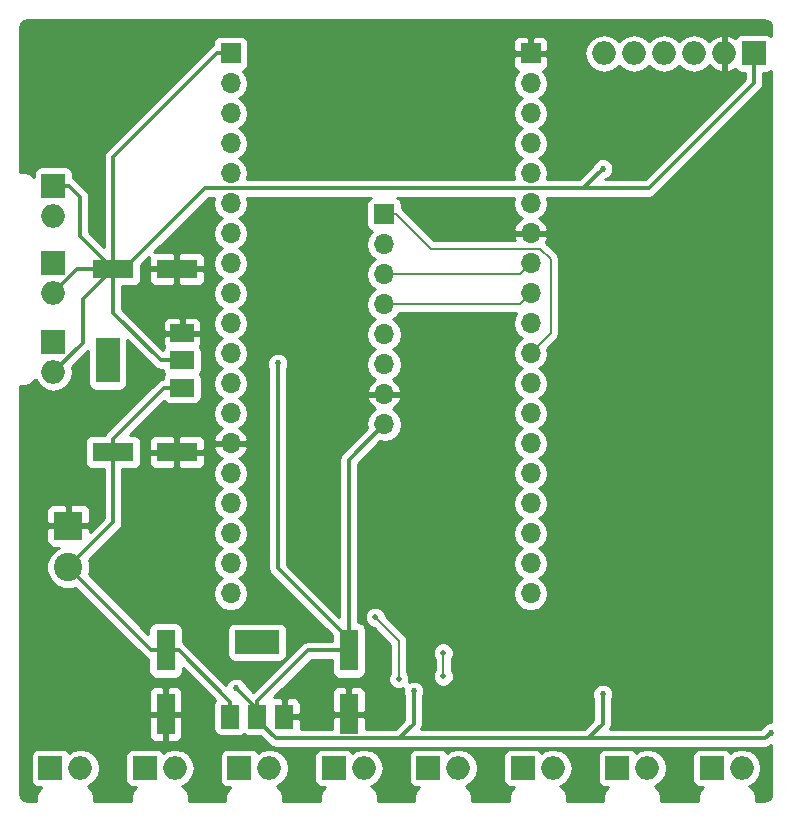
<source format=gbr>
G04 #@! TF.FileFunction,Copper,L2,Bot,Signal*
%FSLAX46Y46*%
G04 Gerber Fmt 4.6, Leading zero omitted, Abs format (unit mm)*
G04 Created by KiCad (PCBNEW 4.0.7-e2-6376~58~ubuntu16.04.1) date Wed Sep  5 16:40:10 2018*
%MOMM*%
%LPD*%
G01*
G04 APERTURE LIST*
%ADD10C,0.100000*%
%ADD11R,1.700000X1.700000*%
%ADD12O,1.700000X1.700000*%
%ADD13R,3.500000X1.600000*%
%ADD14R,1.600000X3.500000*%
%ADD15O,1.998980X1.998980*%
%ADD16R,1.998980X1.998980*%
%ADD17C,2.400000*%
%ADD18R,2.400000X2.400000*%
%ADD19R,2.000000X3.800000*%
%ADD20R,2.000000X1.500000*%
%ADD21R,3.800000X2.000000*%
%ADD22R,1.500000X2.000000*%
%ADD23C,0.520000*%
%ADD24C,0.508000*%
%ADD25C,0.300000*%
%ADD26C,0.175000*%
%ADD27C,0.254000*%
G04 APERTURE END LIST*
D10*
D11*
X134000000Y-44630000D03*
D12*
X134000000Y-47170000D03*
X134000000Y-49710000D03*
X134000000Y-52250000D03*
X134000000Y-54790000D03*
X134000000Y-57330000D03*
X134000000Y-59870000D03*
X134000000Y-62410000D03*
D13*
X111050000Y-64750000D03*
X116450000Y-64750000D03*
X111050000Y-49250000D03*
X116450000Y-49250000D03*
D14*
X115500000Y-81550000D03*
X115500000Y-86950000D03*
X131000000Y-81550000D03*
X131000000Y-86950000D03*
D15*
X106000000Y-44750000D03*
D16*
X106000000Y-42210000D03*
D17*
X107250000Y-74500000D03*
D18*
X107250000Y-71000000D03*
D15*
X157710000Y-31000000D03*
D16*
X165330000Y-31000000D03*
D15*
X162790000Y-31000000D03*
X160250000Y-31000000D03*
X155170000Y-31000000D03*
X152630000Y-31000000D03*
X106000000Y-51290000D03*
D16*
X106000000Y-48750000D03*
D15*
X106000000Y-58000000D03*
D16*
X106000000Y-55460000D03*
D11*
X121000000Y-31000000D03*
D12*
X121000000Y-33540000D03*
X121000000Y-36080000D03*
X121000000Y-38620000D03*
X121000000Y-41160000D03*
X121000000Y-43700000D03*
X121000000Y-46240000D03*
X121000000Y-48780000D03*
X121000000Y-51320000D03*
X121000000Y-53860000D03*
X121000000Y-56400000D03*
X121000000Y-58940000D03*
X121000000Y-61480000D03*
X121000000Y-64020000D03*
X121000000Y-66560000D03*
X121000000Y-69100000D03*
X121000000Y-71640000D03*
X121000000Y-74180000D03*
X121000000Y-76720000D03*
D15*
X108290000Y-91500000D03*
D16*
X105750000Y-91500000D03*
D15*
X116290000Y-91500000D03*
D16*
X113750000Y-91500000D03*
D15*
X124290000Y-91500000D03*
D16*
X121750000Y-91500000D03*
D15*
X132290000Y-91500000D03*
D16*
X129750000Y-91500000D03*
D15*
X140290000Y-91500000D03*
D16*
X137750000Y-91500000D03*
D15*
X148290000Y-91500000D03*
D16*
X145750000Y-91500000D03*
D15*
X156290000Y-91500000D03*
D16*
X153750000Y-91500000D03*
D15*
X164290000Y-91500000D03*
D16*
X161750000Y-91500000D03*
D11*
X146400000Y-31000000D03*
D12*
X146400000Y-33540000D03*
X146400000Y-36080000D03*
X146400000Y-38620000D03*
X146400000Y-41160000D03*
X146400000Y-43700000D03*
X146400000Y-46240000D03*
X146400000Y-48780000D03*
X146400000Y-51320000D03*
X146400000Y-53860000D03*
X146400000Y-56400000D03*
X146400000Y-58940000D03*
X146400000Y-61480000D03*
X146400000Y-64020000D03*
X146400000Y-66560000D03*
X146400000Y-69100000D03*
X146400000Y-71640000D03*
X146400000Y-74180000D03*
X146400000Y-76720000D03*
D19*
X110600000Y-57000000D03*
D20*
X116900000Y-57000000D03*
X116900000Y-59300000D03*
X116900000Y-54700000D03*
D21*
X123250000Y-80850000D03*
D22*
X123250000Y-87150000D03*
X120950000Y-87150000D03*
X125550000Y-87150000D03*
D23*
X152500000Y-40750000D03*
X117750000Y-47250000D03*
X165250000Y-87750000D03*
X118750000Y-86500000D03*
X135250000Y-86500000D03*
X151500000Y-86500000D03*
X136500000Y-85000000D03*
X152500000Y-85250000D03*
X166750000Y-88500000D03*
X121500000Y-84750000D03*
X125000000Y-57250000D03*
D24*
X139000000Y-81750000D03*
X139000000Y-83750000D03*
X135250000Y-83943590D03*
X133250000Y-78750000D03*
D25*
X150000000Y-42416675D02*
X156405411Y-42416675D01*
X118833325Y-42416675D02*
X150000000Y-42416675D01*
X150000000Y-42416675D02*
X150833325Y-42416675D01*
X150833325Y-42416675D02*
X152500000Y-40750000D01*
X111050000Y-49250000D02*
X112000000Y-49250000D01*
X112000000Y-49250000D02*
X118833325Y-42416675D01*
X156405411Y-42416675D02*
X165330000Y-33492086D01*
X165330000Y-33492086D02*
X165330000Y-31000000D01*
X111050000Y-49250000D02*
X111050000Y-39800000D01*
X111050000Y-39800000D02*
X119850000Y-31000000D01*
X119850000Y-31000000D02*
X121000000Y-31000000D01*
X111050000Y-49250000D02*
X108259684Y-46459684D01*
X108259684Y-46459684D02*
X108259684Y-43170194D01*
X108259684Y-43170194D02*
X107299490Y-42210000D01*
X107299490Y-42210000D02*
X106000000Y-42210000D01*
X111050000Y-49250000D02*
X108516917Y-51783083D01*
X108516917Y-51783083D02*
X108516917Y-55483083D01*
X108516917Y-55483083D02*
X106000000Y-58000000D01*
X111050000Y-49250000D02*
X108040000Y-49250000D01*
X108040000Y-49250000D02*
X106000000Y-51290000D01*
X116900000Y-57000000D02*
X115104258Y-57000000D01*
X115104258Y-57000000D02*
X111050000Y-52945742D01*
X111050000Y-52945742D02*
X111050000Y-50350000D01*
X111050000Y-50350000D02*
X111050000Y-49250000D01*
X115500000Y-81550000D02*
X116600000Y-81550000D01*
X116600000Y-81550000D02*
X120950000Y-85900000D01*
X120950000Y-85900000D02*
X120950000Y-87150000D01*
X111050000Y-64750000D02*
X111050000Y-63650000D01*
X111050000Y-63650000D02*
X115400000Y-59300000D01*
X115400000Y-59300000D02*
X115600000Y-59300000D01*
X115600000Y-59300000D02*
X116900000Y-59300000D01*
X107250000Y-74500000D02*
X114300000Y-81550000D01*
X114300000Y-81550000D02*
X115500000Y-81550000D01*
X107250000Y-74500000D02*
X111050000Y-70700000D01*
X111050000Y-70700000D02*
X111050000Y-64750000D01*
X124852401Y-89002401D02*
X135250000Y-89002401D01*
X135250000Y-89002401D02*
X151000000Y-89002401D01*
X136500000Y-87752401D02*
X135250000Y-89002401D01*
X136500000Y-85000000D02*
X136500000Y-87752401D01*
X151247599Y-89002401D02*
X152500000Y-87750000D01*
X152500000Y-87750000D02*
X152500000Y-85250000D01*
X151000000Y-89002401D02*
X166247599Y-89002401D01*
X151000000Y-89002401D02*
X151247599Y-89002401D01*
X123250000Y-87150000D02*
X123250000Y-87400000D01*
X123250000Y-87400000D02*
X124852401Y-89002401D01*
X166247599Y-89002401D02*
X166750000Y-88500000D01*
X121500000Y-84750000D02*
X123250000Y-86500000D01*
X123250000Y-86500000D02*
X123250000Y-87150000D01*
X123250000Y-87150000D02*
X123250000Y-85850000D01*
X123250000Y-85850000D02*
X127550000Y-81550000D01*
X127550000Y-81550000D02*
X129900000Y-81550000D01*
X129900000Y-81550000D02*
X131000000Y-81550000D01*
X131000000Y-81550000D02*
X131000000Y-80600000D01*
X131000000Y-80600000D02*
X125000000Y-74600000D01*
X125000000Y-74600000D02*
X125000000Y-57250000D01*
X131000000Y-81550000D02*
X131000000Y-65410000D01*
X131000000Y-65410000D02*
X134000000Y-62410000D01*
D26*
X134000000Y-44630000D02*
X135025000Y-44630000D01*
X147249999Y-55550001D02*
X146400000Y-56400000D01*
X135025000Y-44630000D02*
X137945596Y-47550596D01*
X148095920Y-54704080D02*
X147249999Y-55550001D01*
X137945596Y-47550596D02*
X147235186Y-47550596D01*
X147235186Y-47550596D02*
X148095920Y-48411330D01*
X148095920Y-48411330D02*
X148095920Y-54704080D01*
X134000000Y-49710000D02*
X145470000Y-49710000D01*
X145470000Y-49710000D02*
X146400000Y-48780000D01*
X134000000Y-52250000D02*
X145470000Y-52250000D01*
X145470000Y-52250000D02*
X146400000Y-51320000D01*
X139000000Y-83750000D02*
X139000000Y-81750000D01*
X135250000Y-83584380D02*
X135250000Y-83943590D01*
X135250000Y-80750000D02*
X135250000Y-83584380D01*
X133250000Y-78750000D02*
X135250000Y-80750000D01*
D27*
G36*
X114549179Y-57555079D02*
X114803852Y-57725245D01*
X115104258Y-57785000D01*
X115259146Y-57785000D01*
X115296838Y-57985317D01*
X115403759Y-58151477D01*
X115303569Y-58298110D01*
X115253757Y-58544090D01*
X115099593Y-58574755D01*
X114844921Y-58744921D01*
X110494921Y-63094921D01*
X110356181Y-63302560D01*
X109300000Y-63302560D01*
X109064683Y-63346838D01*
X108848559Y-63485910D01*
X108703569Y-63698110D01*
X108652560Y-63950000D01*
X108652560Y-65550000D01*
X108696838Y-65785317D01*
X108835910Y-66001441D01*
X109048110Y-66146431D01*
X109300000Y-66197440D01*
X110265000Y-66197440D01*
X110265000Y-70374843D01*
X109085000Y-71554843D01*
X109085000Y-71285750D01*
X108926250Y-71127000D01*
X107377000Y-71127000D01*
X107377000Y-71147000D01*
X107123000Y-71147000D01*
X107123000Y-71127000D01*
X105573750Y-71127000D01*
X105415000Y-71285750D01*
X105415000Y-72326309D01*
X105511673Y-72559698D01*
X105690301Y-72738327D01*
X105923690Y-72835000D01*
X106474395Y-72835000D01*
X106211914Y-72943455D01*
X105695270Y-73459199D01*
X105415319Y-74133395D01*
X105414682Y-74863403D01*
X105693455Y-75538086D01*
X106209199Y-76054730D01*
X106883395Y-76334681D01*
X107613403Y-76335318D01*
X107869389Y-76229547D01*
X113744921Y-82105079D01*
X113999594Y-82275245D01*
X114052560Y-82285781D01*
X114052560Y-83300000D01*
X114096838Y-83535317D01*
X114235910Y-83751441D01*
X114448110Y-83896431D01*
X114700000Y-83947440D01*
X116300000Y-83947440D01*
X116535317Y-83903162D01*
X116751441Y-83764090D01*
X116896431Y-83551890D01*
X116947440Y-83300000D01*
X116947440Y-83007598D01*
X119698709Y-85758867D01*
X119603569Y-85898110D01*
X119552560Y-86150000D01*
X119552560Y-88150000D01*
X119596838Y-88385317D01*
X119735910Y-88601441D01*
X119948110Y-88746431D01*
X120200000Y-88797440D01*
X121700000Y-88797440D01*
X121935317Y-88753162D01*
X122101477Y-88646241D01*
X122248110Y-88746431D01*
X122500000Y-88797440D01*
X123537282Y-88797440D01*
X124297322Y-89557480D01*
X124551994Y-89727646D01*
X124852401Y-89787401D01*
X166247599Y-89787401D01*
X166548006Y-89727646D01*
X166790000Y-89565951D01*
X166790000Y-93680073D01*
X166736044Y-93951325D01*
X166622002Y-94122002D01*
X166451325Y-94236044D01*
X166180073Y-94290000D01*
X165469290Y-94290000D01*
X165474794Y-94276745D01*
X165475206Y-93805323D01*
X165295180Y-93369628D01*
X164962125Y-93035991D01*
X164915189Y-93016502D01*
X164947514Y-93010072D01*
X165477781Y-92655759D01*
X165832094Y-92125492D01*
X165956512Y-91500000D01*
X165832094Y-90874508D01*
X165477781Y-90344241D01*
X164947514Y-89989928D01*
X164322022Y-89865510D01*
X164257978Y-89865510D01*
X163632486Y-89989928D01*
X163312923Y-90203453D01*
X163213580Y-90049069D01*
X163001380Y-89904079D01*
X162749490Y-89853070D01*
X160750510Y-89853070D01*
X160515193Y-89897348D01*
X160299069Y-90036420D01*
X160154079Y-90248620D01*
X160103070Y-90500510D01*
X160103070Y-92499490D01*
X160147348Y-92734807D01*
X160286420Y-92950931D01*
X160498620Y-93095921D01*
X160750510Y-93146930D01*
X160967322Y-93146930D01*
X160745991Y-93367875D01*
X160565206Y-93803255D01*
X160564794Y-94274677D01*
X160571125Y-94290000D01*
X157469290Y-94290000D01*
X157474794Y-94276745D01*
X157475206Y-93805323D01*
X157295180Y-93369628D01*
X156962125Y-93035991D01*
X156915189Y-93016502D01*
X156947514Y-93010072D01*
X157477781Y-92655759D01*
X157832094Y-92125492D01*
X157956512Y-91500000D01*
X157832094Y-90874508D01*
X157477781Y-90344241D01*
X156947514Y-89989928D01*
X156322022Y-89865510D01*
X156257978Y-89865510D01*
X155632486Y-89989928D01*
X155312923Y-90203453D01*
X155213580Y-90049069D01*
X155001380Y-89904079D01*
X154749490Y-89853070D01*
X152750510Y-89853070D01*
X152515193Y-89897348D01*
X152299069Y-90036420D01*
X152154079Y-90248620D01*
X152103070Y-90500510D01*
X152103070Y-92499490D01*
X152147348Y-92734807D01*
X152286420Y-92950931D01*
X152498620Y-93095921D01*
X152750510Y-93146930D01*
X152967322Y-93146930D01*
X152745991Y-93367875D01*
X152565206Y-93803255D01*
X152564794Y-94274677D01*
X152571125Y-94290000D01*
X149469290Y-94290000D01*
X149474794Y-94276745D01*
X149475206Y-93805323D01*
X149295180Y-93369628D01*
X148962125Y-93035991D01*
X148915189Y-93016502D01*
X148947514Y-93010072D01*
X149477781Y-92655759D01*
X149832094Y-92125492D01*
X149956512Y-91500000D01*
X149832094Y-90874508D01*
X149477781Y-90344241D01*
X148947514Y-89989928D01*
X148322022Y-89865510D01*
X148257978Y-89865510D01*
X147632486Y-89989928D01*
X147312923Y-90203453D01*
X147213580Y-90049069D01*
X147001380Y-89904079D01*
X146749490Y-89853070D01*
X144750510Y-89853070D01*
X144515193Y-89897348D01*
X144299069Y-90036420D01*
X144154079Y-90248620D01*
X144103070Y-90500510D01*
X144103070Y-92499490D01*
X144147348Y-92734807D01*
X144286420Y-92950931D01*
X144498620Y-93095921D01*
X144750510Y-93146930D01*
X144967322Y-93146930D01*
X144745991Y-93367875D01*
X144565206Y-93803255D01*
X144564794Y-94274677D01*
X144571125Y-94290000D01*
X141469290Y-94290000D01*
X141474794Y-94276745D01*
X141475206Y-93805323D01*
X141295180Y-93369628D01*
X140962125Y-93035991D01*
X140915189Y-93016502D01*
X140947514Y-93010072D01*
X141477781Y-92655759D01*
X141832094Y-92125492D01*
X141956512Y-91500000D01*
X141832094Y-90874508D01*
X141477781Y-90344241D01*
X140947514Y-89989928D01*
X140322022Y-89865510D01*
X140257978Y-89865510D01*
X139632486Y-89989928D01*
X139312923Y-90203453D01*
X139213580Y-90049069D01*
X139001380Y-89904079D01*
X138749490Y-89853070D01*
X136750510Y-89853070D01*
X136515193Y-89897348D01*
X136299069Y-90036420D01*
X136154079Y-90248620D01*
X136103070Y-90500510D01*
X136103070Y-92499490D01*
X136147348Y-92734807D01*
X136286420Y-92950931D01*
X136498620Y-93095921D01*
X136750510Y-93146930D01*
X136967322Y-93146930D01*
X136745991Y-93367875D01*
X136565206Y-93803255D01*
X136564794Y-94274677D01*
X136571125Y-94290000D01*
X133469290Y-94290000D01*
X133474794Y-94276745D01*
X133475206Y-93805323D01*
X133295180Y-93369628D01*
X132962125Y-93035991D01*
X132915189Y-93016502D01*
X132947514Y-93010072D01*
X133477781Y-92655759D01*
X133832094Y-92125492D01*
X133956512Y-91500000D01*
X133832094Y-90874508D01*
X133477781Y-90344241D01*
X132947514Y-89989928D01*
X132322022Y-89865510D01*
X132257978Y-89865510D01*
X131632486Y-89989928D01*
X131312923Y-90203453D01*
X131213580Y-90049069D01*
X131001380Y-89904079D01*
X130749490Y-89853070D01*
X128750510Y-89853070D01*
X128515193Y-89897348D01*
X128299069Y-90036420D01*
X128154079Y-90248620D01*
X128103070Y-90500510D01*
X128103070Y-92499490D01*
X128147348Y-92734807D01*
X128286420Y-92950931D01*
X128498620Y-93095921D01*
X128750510Y-93146930D01*
X128967322Y-93146930D01*
X128745991Y-93367875D01*
X128565206Y-93803255D01*
X128564794Y-94274677D01*
X128571125Y-94290000D01*
X125469290Y-94290000D01*
X125474794Y-94276745D01*
X125475206Y-93805323D01*
X125295180Y-93369628D01*
X124962125Y-93035991D01*
X124915189Y-93016502D01*
X124947514Y-93010072D01*
X125477781Y-92655759D01*
X125832094Y-92125492D01*
X125956512Y-91500000D01*
X125832094Y-90874508D01*
X125477781Y-90344241D01*
X124947514Y-89989928D01*
X124322022Y-89865510D01*
X124257978Y-89865510D01*
X123632486Y-89989928D01*
X123312923Y-90203453D01*
X123213580Y-90049069D01*
X123001380Y-89904079D01*
X122749490Y-89853070D01*
X120750510Y-89853070D01*
X120515193Y-89897348D01*
X120299069Y-90036420D01*
X120154079Y-90248620D01*
X120103070Y-90500510D01*
X120103070Y-92499490D01*
X120147348Y-92734807D01*
X120286420Y-92950931D01*
X120498620Y-93095921D01*
X120750510Y-93146930D01*
X120967322Y-93146930D01*
X120745991Y-93367875D01*
X120565206Y-93803255D01*
X120564794Y-94274677D01*
X120571125Y-94290000D01*
X117469290Y-94290000D01*
X117474794Y-94276745D01*
X117475206Y-93805323D01*
X117295180Y-93369628D01*
X116962125Y-93035991D01*
X116915189Y-93016502D01*
X116947514Y-93010072D01*
X117477781Y-92655759D01*
X117832094Y-92125492D01*
X117956512Y-91500000D01*
X117832094Y-90874508D01*
X117477781Y-90344241D01*
X116947514Y-89989928D01*
X116322022Y-89865510D01*
X116257978Y-89865510D01*
X115632486Y-89989928D01*
X115312923Y-90203453D01*
X115213580Y-90049069D01*
X115001380Y-89904079D01*
X114749490Y-89853070D01*
X112750510Y-89853070D01*
X112515193Y-89897348D01*
X112299069Y-90036420D01*
X112154079Y-90248620D01*
X112103070Y-90500510D01*
X112103070Y-92499490D01*
X112147348Y-92734807D01*
X112286420Y-92950931D01*
X112498620Y-93095921D01*
X112750510Y-93146930D01*
X112967322Y-93146930D01*
X112745991Y-93367875D01*
X112565206Y-93803255D01*
X112564794Y-94274677D01*
X112571125Y-94290000D01*
X109469290Y-94290000D01*
X109474794Y-94276745D01*
X109475206Y-93805323D01*
X109295180Y-93369628D01*
X108962125Y-93035991D01*
X108915189Y-93016502D01*
X108947514Y-93010072D01*
X109477781Y-92655759D01*
X109832094Y-92125492D01*
X109956512Y-91500000D01*
X109832094Y-90874508D01*
X109477781Y-90344241D01*
X108947514Y-89989928D01*
X108322022Y-89865510D01*
X108257978Y-89865510D01*
X107632486Y-89989928D01*
X107312923Y-90203453D01*
X107213580Y-90049069D01*
X107001380Y-89904079D01*
X106749490Y-89853070D01*
X104750510Y-89853070D01*
X104515193Y-89897348D01*
X104299069Y-90036420D01*
X104154079Y-90248620D01*
X104103070Y-90500510D01*
X104103070Y-92499490D01*
X104147348Y-92734807D01*
X104286420Y-92950931D01*
X104498620Y-93095921D01*
X104750510Y-93146930D01*
X104967322Y-93146930D01*
X104745991Y-93367875D01*
X104565206Y-93803255D01*
X104564794Y-94274677D01*
X104571125Y-94290000D01*
X103819927Y-94290000D01*
X103548675Y-94236044D01*
X103377998Y-94122002D01*
X103263956Y-93951325D01*
X103210000Y-93680073D01*
X103210000Y-87235750D01*
X114065000Y-87235750D01*
X114065000Y-88826309D01*
X114161673Y-89059698D01*
X114340301Y-89238327D01*
X114573690Y-89335000D01*
X115214250Y-89335000D01*
X115373000Y-89176250D01*
X115373000Y-87077000D01*
X115627000Y-87077000D01*
X115627000Y-89176250D01*
X115785750Y-89335000D01*
X116426310Y-89335000D01*
X116659699Y-89238327D01*
X116838327Y-89059698D01*
X116935000Y-88826309D01*
X116935000Y-87235750D01*
X116776250Y-87077000D01*
X115627000Y-87077000D01*
X115373000Y-87077000D01*
X114223750Y-87077000D01*
X114065000Y-87235750D01*
X103210000Y-87235750D01*
X103210000Y-85073691D01*
X114065000Y-85073691D01*
X114065000Y-86664250D01*
X114223750Y-86823000D01*
X115373000Y-86823000D01*
X115373000Y-84723750D01*
X115627000Y-84723750D01*
X115627000Y-86823000D01*
X116776250Y-86823000D01*
X116935000Y-86664250D01*
X116935000Y-85073691D01*
X116838327Y-84840302D01*
X116659699Y-84661673D01*
X116426310Y-84565000D01*
X115785750Y-84565000D01*
X115627000Y-84723750D01*
X115373000Y-84723750D01*
X115214250Y-84565000D01*
X114573690Y-84565000D01*
X114340301Y-84661673D01*
X114161673Y-84840302D01*
X114065000Y-85073691D01*
X103210000Y-85073691D01*
X103210000Y-69673691D01*
X105415000Y-69673691D01*
X105415000Y-70714250D01*
X105573750Y-70873000D01*
X107123000Y-70873000D01*
X107123000Y-69323750D01*
X107377000Y-69323750D01*
X107377000Y-70873000D01*
X108926250Y-70873000D01*
X109085000Y-70714250D01*
X109085000Y-69673691D01*
X108988327Y-69440302D01*
X108809699Y-69261673D01*
X108576310Y-69165000D01*
X107535750Y-69165000D01*
X107377000Y-69323750D01*
X107123000Y-69323750D01*
X106964250Y-69165000D01*
X105923690Y-69165000D01*
X105690301Y-69261673D01*
X105511673Y-69440302D01*
X105415000Y-69673691D01*
X103210000Y-69673691D01*
X103210000Y-59179290D01*
X103223255Y-59184794D01*
X103694677Y-59185206D01*
X104130372Y-59005180D01*
X104464009Y-58672125D01*
X104483498Y-58625189D01*
X104489928Y-58657514D01*
X104844241Y-59187781D01*
X105374508Y-59542094D01*
X106000000Y-59666512D01*
X106625492Y-59542094D01*
X107155759Y-59187781D01*
X107510072Y-58657514D01*
X107634490Y-58032022D01*
X107634490Y-57967978D01*
X107552811Y-57557347D01*
X108952560Y-56157598D01*
X108952560Y-58900000D01*
X108996838Y-59135317D01*
X109135910Y-59351441D01*
X109348110Y-59496431D01*
X109600000Y-59547440D01*
X111600000Y-59547440D01*
X111835317Y-59503162D01*
X112051441Y-59364090D01*
X112196431Y-59151890D01*
X112247440Y-58900000D01*
X112247440Y-55253340D01*
X114549179Y-57555079D01*
X114549179Y-57555079D01*
G37*
X114549179Y-57555079D02*
X114803852Y-57725245D01*
X115104258Y-57785000D01*
X115259146Y-57785000D01*
X115296838Y-57985317D01*
X115403759Y-58151477D01*
X115303569Y-58298110D01*
X115253757Y-58544090D01*
X115099593Y-58574755D01*
X114844921Y-58744921D01*
X110494921Y-63094921D01*
X110356181Y-63302560D01*
X109300000Y-63302560D01*
X109064683Y-63346838D01*
X108848559Y-63485910D01*
X108703569Y-63698110D01*
X108652560Y-63950000D01*
X108652560Y-65550000D01*
X108696838Y-65785317D01*
X108835910Y-66001441D01*
X109048110Y-66146431D01*
X109300000Y-66197440D01*
X110265000Y-66197440D01*
X110265000Y-70374843D01*
X109085000Y-71554843D01*
X109085000Y-71285750D01*
X108926250Y-71127000D01*
X107377000Y-71127000D01*
X107377000Y-71147000D01*
X107123000Y-71147000D01*
X107123000Y-71127000D01*
X105573750Y-71127000D01*
X105415000Y-71285750D01*
X105415000Y-72326309D01*
X105511673Y-72559698D01*
X105690301Y-72738327D01*
X105923690Y-72835000D01*
X106474395Y-72835000D01*
X106211914Y-72943455D01*
X105695270Y-73459199D01*
X105415319Y-74133395D01*
X105414682Y-74863403D01*
X105693455Y-75538086D01*
X106209199Y-76054730D01*
X106883395Y-76334681D01*
X107613403Y-76335318D01*
X107869389Y-76229547D01*
X113744921Y-82105079D01*
X113999594Y-82275245D01*
X114052560Y-82285781D01*
X114052560Y-83300000D01*
X114096838Y-83535317D01*
X114235910Y-83751441D01*
X114448110Y-83896431D01*
X114700000Y-83947440D01*
X116300000Y-83947440D01*
X116535317Y-83903162D01*
X116751441Y-83764090D01*
X116896431Y-83551890D01*
X116947440Y-83300000D01*
X116947440Y-83007598D01*
X119698709Y-85758867D01*
X119603569Y-85898110D01*
X119552560Y-86150000D01*
X119552560Y-88150000D01*
X119596838Y-88385317D01*
X119735910Y-88601441D01*
X119948110Y-88746431D01*
X120200000Y-88797440D01*
X121700000Y-88797440D01*
X121935317Y-88753162D01*
X122101477Y-88646241D01*
X122248110Y-88746431D01*
X122500000Y-88797440D01*
X123537282Y-88797440D01*
X124297322Y-89557480D01*
X124551994Y-89727646D01*
X124852401Y-89787401D01*
X166247599Y-89787401D01*
X166548006Y-89727646D01*
X166790000Y-89565951D01*
X166790000Y-93680073D01*
X166736044Y-93951325D01*
X166622002Y-94122002D01*
X166451325Y-94236044D01*
X166180073Y-94290000D01*
X165469290Y-94290000D01*
X165474794Y-94276745D01*
X165475206Y-93805323D01*
X165295180Y-93369628D01*
X164962125Y-93035991D01*
X164915189Y-93016502D01*
X164947514Y-93010072D01*
X165477781Y-92655759D01*
X165832094Y-92125492D01*
X165956512Y-91500000D01*
X165832094Y-90874508D01*
X165477781Y-90344241D01*
X164947514Y-89989928D01*
X164322022Y-89865510D01*
X164257978Y-89865510D01*
X163632486Y-89989928D01*
X163312923Y-90203453D01*
X163213580Y-90049069D01*
X163001380Y-89904079D01*
X162749490Y-89853070D01*
X160750510Y-89853070D01*
X160515193Y-89897348D01*
X160299069Y-90036420D01*
X160154079Y-90248620D01*
X160103070Y-90500510D01*
X160103070Y-92499490D01*
X160147348Y-92734807D01*
X160286420Y-92950931D01*
X160498620Y-93095921D01*
X160750510Y-93146930D01*
X160967322Y-93146930D01*
X160745991Y-93367875D01*
X160565206Y-93803255D01*
X160564794Y-94274677D01*
X160571125Y-94290000D01*
X157469290Y-94290000D01*
X157474794Y-94276745D01*
X157475206Y-93805323D01*
X157295180Y-93369628D01*
X156962125Y-93035991D01*
X156915189Y-93016502D01*
X156947514Y-93010072D01*
X157477781Y-92655759D01*
X157832094Y-92125492D01*
X157956512Y-91500000D01*
X157832094Y-90874508D01*
X157477781Y-90344241D01*
X156947514Y-89989928D01*
X156322022Y-89865510D01*
X156257978Y-89865510D01*
X155632486Y-89989928D01*
X155312923Y-90203453D01*
X155213580Y-90049069D01*
X155001380Y-89904079D01*
X154749490Y-89853070D01*
X152750510Y-89853070D01*
X152515193Y-89897348D01*
X152299069Y-90036420D01*
X152154079Y-90248620D01*
X152103070Y-90500510D01*
X152103070Y-92499490D01*
X152147348Y-92734807D01*
X152286420Y-92950931D01*
X152498620Y-93095921D01*
X152750510Y-93146930D01*
X152967322Y-93146930D01*
X152745991Y-93367875D01*
X152565206Y-93803255D01*
X152564794Y-94274677D01*
X152571125Y-94290000D01*
X149469290Y-94290000D01*
X149474794Y-94276745D01*
X149475206Y-93805323D01*
X149295180Y-93369628D01*
X148962125Y-93035991D01*
X148915189Y-93016502D01*
X148947514Y-93010072D01*
X149477781Y-92655759D01*
X149832094Y-92125492D01*
X149956512Y-91500000D01*
X149832094Y-90874508D01*
X149477781Y-90344241D01*
X148947514Y-89989928D01*
X148322022Y-89865510D01*
X148257978Y-89865510D01*
X147632486Y-89989928D01*
X147312923Y-90203453D01*
X147213580Y-90049069D01*
X147001380Y-89904079D01*
X146749490Y-89853070D01*
X144750510Y-89853070D01*
X144515193Y-89897348D01*
X144299069Y-90036420D01*
X144154079Y-90248620D01*
X144103070Y-90500510D01*
X144103070Y-92499490D01*
X144147348Y-92734807D01*
X144286420Y-92950931D01*
X144498620Y-93095921D01*
X144750510Y-93146930D01*
X144967322Y-93146930D01*
X144745991Y-93367875D01*
X144565206Y-93803255D01*
X144564794Y-94274677D01*
X144571125Y-94290000D01*
X141469290Y-94290000D01*
X141474794Y-94276745D01*
X141475206Y-93805323D01*
X141295180Y-93369628D01*
X140962125Y-93035991D01*
X140915189Y-93016502D01*
X140947514Y-93010072D01*
X141477781Y-92655759D01*
X141832094Y-92125492D01*
X141956512Y-91500000D01*
X141832094Y-90874508D01*
X141477781Y-90344241D01*
X140947514Y-89989928D01*
X140322022Y-89865510D01*
X140257978Y-89865510D01*
X139632486Y-89989928D01*
X139312923Y-90203453D01*
X139213580Y-90049069D01*
X139001380Y-89904079D01*
X138749490Y-89853070D01*
X136750510Y-89853070D01*
X136515193Y-89897348D01*
X136299069Y-90036420D01*
X136154079Y-90248620D01*
X136103070Y-90500510D01*
X136103070Y-92499490D01*
X136147348Y-92734807D01*
X136286420Y-92950931D01*
X136498620Y-93095921D01*
X136750510Y-93146930D01*
X136967322Y-93146930D01*
X136745991Y-93367875D01*
X136565206Y-93803255D01*
X136564794Y-94274677D01*
X136571125Y-94290000D01*
X133469290Y-94290000D01*
X133474794Y-94276745D01*
X133475206Y-93805323D01*
X133295180Y-93369628D01*
X132962125Y-93035991D01*
X132915189Y-93016502D01*
X132947514Y-93010072D01*
X133477781Y-92655759D01*
X133832094Y-92125492D01*
X133956512Y-91500000D01*
X133832094Y-90874508D01*
X133477781Y-90344241D01*
X132947514Y-89989928D01*
X132322022Y-89865510D01*
X132257978Y-89865510D01*
X131632486Y-89989928D01*
X131312923Y-90203453D01*
X131213580Y-90049069D01*
X131001380Y-89904079D01*
X130749490Y-89853070D01*
X128750510Y-89853070D01*
X128515193Y-89897348D01*
X128299069Y-90036420D01*
X128154079Y-90248620D01*
X128103070Y-90500510D01*
X128103070Y-92499490D01*
X128147348Y-92734807D01*
X128286420Y-92950931D01*
X128498620Y-93095921D01*
X128750510Y-93146930D01*
X128967322Y-93146930D01*
X128745991Y-93367875D01*
X128565206Y-93803255D01*
X128564794Y-94274677D01*
X128571125Y-94290000D01*
X125469290Y-94290000D01*
X125474794Y-94276745D01*
X125475206Y-93805323D01*
X125295180Y-93369628D01*
X124962125Y-93035991D01*
X124915189Y-93016502D01*
X124947514Y-93010072D01*
X125477781Y-92655759D01*
X125832094Y-92125492D01*
X125956512Y-91500000D01*
X125832094Y-90874508D01*
X125477781Y-90344241D01*
X124947514Y-89989928D01*
X124322022Y-89865510D01*
X124257978Y-89865510D01*
X123632486Y-89989928D01*
X123312923Y-90203453D01*
X123213580Y-90049069D01*
X123001380Y-89904079D01*
X122749490Y-89853070D01*
X120750510Y-89853070D01*
X120515193Y-89897348D01*
X120299069Y-90036420D01*
X120154079Y-90248620D01*
X120103070Y-90500510D01*
X120103070Y-92499490D01*
X120147348Y-92734807D01*
X120286420Y-92950931D01*
X120498620Y-93095921D01*
X120750510Y-93146930D01*
X120967322Y-93146930D01*
X120745991Y-93367875D01*
X120565206Y-93803255D01*
X120564794Y-94274677D01*
X120571125Y-94290000D01*
X117469290Y-94290000D01*
X117474794Y-94276745D01*
X117475206Y-93805323D01*
X117295180Y-93369628D01*
X116962125Y-93035991D01*
X116915189Y-93016502D01*
X116947514Y-93010072D01*
X117477781Y-92655759D01*
X117832094Y-92125492D01*
X117956512Y-91500000D01*
X117832094Y-90874508D01*
X117477781Y-90344241D01*
X116947514Y-89989928D01*
X116322022Y-89865510D01*
X116257978Y-89865510D01*
X115632486Y-89989928D01*
X115312923Y-90203453D01*
X115213580Y-90049069D01*
X115001380Y-89904079D01*
X114749490Y-89853070D01*
X112750510Y-89853070D01*
X112515193Y-89897348D01*
X112299069Y-90036420D01*
X112154079Y-90248620D01*
X112103070Y-90500510D01*
X112103070Y-92499490D01*
X112147348Y-92734807D01*
X112286420Y-92950931D01*
X112498620Y-93095921D01*
X112750510Y-93146930D01*
X112967322Y-93146930D01*
X112745991Y-93367875D01*
X112565206Y-93803255D01*
X112564794Y-94274677D01*
X112571125Y-94290000D01*
X109469290Y-94290000D01*
X109474794Y-94276745D01*
X109475206Y-93805323D01*
X109295180Y-93369628D01*
X108962125Y-93035991D01*
X108915189Y-93016502D01*
X108947514Y-93010072D01*
X109477781Y-92655759D01*
X109832094Y-92125492D01*
X109956512Y-91500000D01*
X109832094Y-90874508D01*
X109477781Y-90344241D01*
X108947514Y-89989928D01*
X108322022Y-89865510D01*
X108257978Y-89865510D01*
X107632486Y-89989928D01*
X107312923Y-90203453D01*
X107213580Y-90049069D01*
X107001380Y-89904079D01*
X106749490Y-89853070D01*
X104750510Y-89853070D01*
X104515193Y-89897348D01*
X104299069Y-90036420D01*
X104154079Y-90248620D01*
X104103070Y-90500510D01*
X104103070Y-92499490D01*
X104147348Y-92734807D01*
X104286420Y-92950931D01*
X104498620Y-93095921D01*
X104750510Y-93146930D01*
X104967322Y-93146930D01*
X104745991Y-93367875D01*
X104565206Y-93803255D01*
X104564794Y-94274677D01*
X104571125Y-94290000D01*
X103819927Y-94290000D01*
X103548675Y-94236044D01*
X103377998Y-94122002D01*
X103263956Y-93951325D01*
X103210000Y-93680073D01*
X103210000Y-87235750D01*
X114065000Y-87235750D01*
X114065000Y-88826309D01*
X114161673Y-89059698D01*
X114340301Y-89238327D01*
X114573690Y-89335000D01*
X115214250Y-89335000D01*
X115373000Y-89176250D01*
X115373000Y-87077000D01*
X115627000Y-87077000D01*
X115627000Y-89176250D01*
X115785750Y-89335000D01*
X116426310Y-89335000D01*
X116659699Y-89238327D01*
X116838327Y-89059698D01*
X116935000Y-88826309D01*
X116935000Y-87235750D01*
X116776250Y-87077000D01*
X115627000Y-87077000D01*
X115373000Y-87077000D01*
X114223750Y-87077000D01*
X114065000Y-87235750D01*
X103210000Y-87235750D01*
X103210000Y-85073691D01*
X114065000Y-85073691D01*
X114065000Y-86664250D01*
X114223750Y-86823000D01*
X115373000Y-86823000D01*
X115373000Y-84723750D01*
X115627000Y-84723750D01*
X115627000Y-86823000D01*
X116776250Y-86823000D01*
X116935000Y-86664250D01*
X116935000Y-85073691D01*
X116838327Y-84840302D01*
X116659699Y-84661673D01*
X116426310Y-84565000D01*
X115785750Y-84565000D01*
X115627000Y-84723750D01*
X115373000Y-84723750D01*
X115214250Y-84565000D01*
X114573690Y-84565000D01*
X114340301Y-84661673D01*
X114161673Y-84840302D01*
X114065000Y-85073691D01*
X103210000Y-85073691D01*
X103210000Y-69673691D01*
X105415000Y-69673691D01*
X105415000Y-70714250D01*
X105573750Y-70873000D01*
X107123000Y-70873000D01*
X107123000Y-69323750D01*
X107377000Y-69323750D01*
X107377000Y-70873000D01*
X108926250Y-70873000D01*
X109085000Y-70714250D01*
X109085000Y-69673691D01*
X108988327Y-69440302D01*
X108809699Y-69261673D01*
X108576310Y-69165000D01*
X107535750Y-69165000D01*
X107377000Y-69323750D01*
X107123000Y-69323750D01*
X106964250Y-69165000D01*
X105923690Y-69165000D01*
X105690301Y-69261673D01*
X105511673Y-69440302D01*
X105415000Y-69673691D01*
X103210000Y-69673691D01*
X103210000Y-59179290D01*
X103223255Y-59184794D01*
X103694677Y-59185206D01*
X104130372Y-59005180D01*
X104464009Y-58672125D01*
X104483498Y-58625189D01*
X104489928Y-58657514D01*
X104844241Y-59187781D01*
X105374508Y-59542094D01*
X106000000Y-59666512D01*
X106625492Y-59542094D01*
X107155759Y-59187781D01*
X107510072Y-58657514D01*
X107634490Y-58032022D01*
X107634490Y-57967978D01*
X107552811Y-57557347D01*
X108952560Y-56157598D01*
X108952560Y-58900000D01*
X108996838Y-59135317D01*
X109135910Y-59351441D01*
X109348110Y-59496431D01*
X109600000Y-59547440D01*
X111600000Y-59547440D01*
X111835317Y-59503162D01*
X112051441Y-59364090D01*
X112196431Y-59151890D01*
X112247440Y-58900000D01*
X112247440Y-55253340D01*
X114549179Y-57555079D01*
G36*
X166790000Y-87605035D02*
X166572755Y-87604845D01*
X166243686Y-87740814D01*
X165991698Y-87992361D01*
X165898254Y-88217401D01*
X153113663Y-88217401D01*
X153225245Y-88050406D01*
X153285000Y-87750000D01*
X153285000Y-85693343D01*
X153394844Y-85428808D01*
X153395155Y-85072755D01*
X153259186Y-84743686D01*
X153007639Y-84491698D01*
X152678808Y-84355156D01*
X152322755Y-84354845D01*
X151993686Y-84490814D01*
X151741698Y-84742361D01*
X151605156Y-85071192D01*
X151604845Y-85427245D01*
X151715000Y-85693840D01*
X151715000Y-87424843D01*
X150922441Y-88217401D01*
X137115268Y-88217401D01*
X137225245Y-88052808D01*
X137285000Y-87752401D01*
X137285000Y-85443343D01*
X137394844Y-85178808D01*
X137395155Y-84822755D01*
X137259186Y-84493686D01*
X137007639Y-84241698D01*
X136678808Y-84105156D01*
X136322755Y-84104845D01*
X136108954Y-84193186D01*
X136138846Y-84121199D01*
X136139154Y-83767533D01*
X136004097Y-83440670D01*
X135972500Y-83409018D01*
X135972500Y-81926057D01*
X138110846Y-81926057D01*
X138245903Y-82252920D01*
X138277500Y-82284572D01*
X138277500Y-83215100D01*
X138246782Y-83245764D01*
X138111154Y-83572391D01*
X138110846Y-83926057D01*
X138245903Y-84252920D01*
X138495764Y-84503218D01*
X138822391Y-84638846D01*
X139176057Y-84639154D01*
X139502920Y-84504097D01*
X139753218Y-84254236D01*
X139888846Y-83927609D01*
X139889154Y-83573943D01*
X139754097Y-83247080D01*
X139722500Y-83215428D01*
X139722500Y-82284900D01*
X139753218Y-82254236D01*
X139888846Y-81927609D01*
X139889154Y-81573943D01*
X139754097Y-81247080D01*
X139504236Y-80996782D01*
X139177609Y-80861154D01*
X138823943Y-80860846D01*
X138497080Y-80995903D01*
X138246782Y-81245764D01*
X138111154Y-81572391D01*
X138110846Y-81926057D01*
X135972500Y-81926057D01*
X135972500Y-80750000D01*
X135917503Y-80473511D01*
X135760885Y-80239115D01*
X134139116Y-78617346D01*
X134139154Y-78573943D01*
X134004097Y-78247080D01*
X133754236Y-77996782D01*
X133427609Y-77861154D01*
X133073943Y-77860846D01*
X132747080Y-77995903D01*
X132496782Y-78245764D01*
X132361154Y-78572391D01*
X132360846Y-78926057D01*
X132495903Y-79252920D01*
X132745764Y-79503218D01*
X133072391Y-79638846D01*
X133117115Y-79638885D01*
X134527500Y-81049270D01*
X134527500Y-83408690D01*
X134496782Y-83439354D01*
X134361154Y-83765981D01*
X134360846Y-84119647D01*
X134495903Y-84446510D01*
X134745764Y-84696808D01*
X135072391Y-84832436D01*
X135426057Y-84832744D01*
X135636458Y-84745808D01*
X135605156Y-84821192D01*
X135604845Y-85177245D01*
X135715000Y-85443840D01*
X135715000Y-87427243D01*
X134924842Y-88217401D01*
X132435000Y-88217401D01*
X132435000Y-87235750D01*
X132276250Y-87077000D01*
X131127000Y-87077000D01*
X131127000Y-87097000D01*
X130873000Y-87097000D01*
X130873000Y-87077000D01*
X129723750Y-87077000D01*
X129565000Y-87235750D01*
X129565000Y-88217401D01*
X126935000Y-88217401D01*
X126935000Y-87435750D01*
X126776250Y-87277000D01*
X125677000Y-87277000D01*
X125677000Y-87297000D01*
X125423000Y-87297000D01*
X125423000Y-87277000D01*
X125403000Y-87277000D01*
X125403000Y-87023000D01*
X125423000Y-87023000D01*
X125423000Y-85673750D01*
X125677000Y-85673750D01*
X125677000Y-87023000D01*
X126776250Y-87023000D01*
X126935000Y-86864250D01*
X126935000Y-86023691D01*
X126838327Y-85790302D01*
X126659699Y-85611673D01*
X126426310Y-85515000D01*
X125835750Y-85515000D01*
X125677000Y-85673750D01*
X125423000Y-85673750D01*
X125264250Y-85515000D01*
X124695158Y-85515000D01*
X125136467Y-85073691D01*
X129565000Y-85073691D01*
X129565000Y-86664250D01*
X129723750Y-86823000D01*
X130873000Y-86823000D01*
X130873000Y-84723750D01*
X131127000Y-84723750D01*
X131127000Y-86823000D01*
X132276250Y-86823000D01*
X132435000Y-86664250D01*
X132435000Y-85073691D01*
X132338327Y-84840302D01*
X132159699Y-84661673D01*
X131926310Y-84565000D01*
X131285750Y-84565000D01*
X131127000Y-84723750D01*
X130873000Y-84723750D01*
X130714250Y-84565000D01*
X130073690Y-84565000D01*
X129840301Y-84661673D01*
X129661673Y-84840302D01*
X129565000Y-85073691D01*
X125136467Y-85073691D01*
X127875158Y-82335000D01*
X129552560Y-82335000D01*
X129552560Y-83300000D01*
X129596838Y-83535317D01*
X129735910Y-83751441D01*
X129948110Y-83896431D01*
X130200000Y-83947440D01*
X131800000Y-83947440D01*
X132035317Y-83903162D01*
X132251441Y-83764090D01*
X132396431Y-83551890D01*
X132447440Y-83300000D01*
X132447440Y-79800000D01*
X132403162Y-79564683D01*
X132264090Y-79348559D01*
X132051890Y-79203569D01*
X131800000Y-79152560D01*
X131785000Y-79152560D01*
X131785000Y-65735158D01*
X133682521Y-63837637D01*
X133970907Y-63895000D01*
X134029093Y-63895000D01*
X134597378Y-63781961D01*
X135079147Y-63460054D01*
X135401054Y-62978285D01*
X135514093Y-62410000D01*
X135401054Y-61841715D01*
X135079147Y-61359946D01*
X134738447Y-61132298D01*
X134881358Y-61065183D01*
X135271645Y-60636924D01*
X135441476Y-60226890D01*
X135320155Y-59997000D01*
X134127000Y-59997000D01*
X134127000Y-60017000D01*
X133873000Y-60017000D01*
X133873000Y-59997000D01*
X132679845Y-59997000D01*
X132558524Y-60226890D01*
X132728355Y-60636924D01*
X133118642Y-61065183D01*
X133261553Y-61132298D01*
X132920853Y-61359946D01*
X132598946Y-61841715D01*
X132485907Y-62410000D01*
X132552924Y-62746918D01*
X130444921Y-64854921D01*
X130274755Y-65109593D01*
X130274755Y-65109594D01*
X130215000Y-65410000D01*
X130215000Y-78704842D01*
X125785000Y-74274842D01*
X125785000Y-57693343D01*
X125894844Y-57428808D01*
X125895155Y-57072755D01*
X125759186Y-56743686D01*
X125507639Y-56491698D01*
X125178808Y-56355156D01*
X124822755Y-56354845D01*
X124493686Y-56490814D01*
X124241698Y-56742361D01*
X124105156Y-57071192D01*
X124104845Y-57427245D01*
X124215000Y-57693840D01*
X124215000Y-74600000D01*
X124274755Y-74900407D01*
X124444921Y-75155079D01*
X129552560Y-80262718D01*
X129552560Y-80765000D01*
X127550000Y-80765000D01*
X127249593Y-80824755D01*
X126994921Y-80994921D01*
X122925000Y-85064842D01*
X122368568Y-84508410D01*
X122259186Y-84243686D01*
X122007639Y-83991698D01*
X121678808Y-83855156D01*
X121322755Y-83854845D01*
X120993686Y-83990814D01*
X120741698Y-84242361D01*
X120642182Y-84482024D01*
X117155079Y-80994921D01*
X116947440Y-80856181D01*
X116947440Y-79850000D01*
X120702560Y-79850000D01*
X120702560Y-81850000D01*
X120746838Y-82085317D01*
X120885910Y-82301441D01*
X121098110Y-82446431D01*
X121350000Y-82497440D01*
X125150000Y-82497440D01*
X125385317Y-82453162D01*
X125601441Y-82314090D01*
X125746431Y-82101890D01*
X125797440Y-81850000D01*
X125797440Y-79850000D01*
X125753162Y-79614683D01*
X125614090Y-79398559D01*
X125401890Y-79253569D01*
X125150000Y-79202560D01*
X121350000Y-79202560D01*
X121114683Y-79246838D01*
X120898559Y-79385910D01*
X120753569Y-79598110D01*
X120702560Y-79850000D01*
X116947440Y-79850000D01*
X116947440Y-79800000D01*
X116903162Y-79564683D01*
X116764090Y-79348559D01*
X116551890Y-79203569D01*
X116300000Y-79152560D01*
X114700000Y-79152560D01*
X114464683Y-79196838D01*
X114248559Y-79335910D01*
X114103569Y-79548110D01*
X114052560Y-79800000D01*
X114052560Y-80192402D01*
X108979666Y-75119508D01*
X109084681Y-74866605D01*
X109085318Y-74136597D01*
X108979547Y-73880611D01*
X111605076Y-71255081D01*
X111605079Y-71255079D01*
X111775245Y-71000406D01*
X111800588Y-70873000D01*
X111835001Y-70700000D01*
X111835000Y-70699995D01*
X111835000Y-66560000D01*
X119485907Y-66560000D01*
X119598946Y-67128285D01*
X119920853Y-67610054D01*
X120250026Y-67830000D01*
X119920853Y-68049946D01*
X119598946Y-68531715D01*
X119485907Y-69100000D01*
X119598946Y-69668285D01*
X119920853Y-70150054D01*
X120250026Y-70370000D01*
X119920853Y-70589946D01*
X119598946Y-71071715D01*
X119485907Y-71640000D01*
X119598946Y-72208285D01*
X119920853Y-72690054D01*
X120250026Y-72910000D01*
X119920853Y-73129946D01*
X119598946Y-73611715D01*
X119485907Y-74180000D01*
X119598946Y-74748285D01*
X119920853Y-75230054D01*
X120250026Y-75450000D01*
X119920853Y-75669946D01*
X119598946Y-76151715D01*
X119485907Y-76720000D01*
X119598946Y-77288285D01*
X119920853Y-77770054D01*
X120402622Y-78091961D01*
X120970907Y-78205000D01*
X121029093Y-78205000D01*
X121597378Y-78091961D01*
X122079147Y-77770054D01*
X122401054Y-77288285D01*
X122514093Y-76720000D01*
X122401054Y-76151715D01*
X122079147Y-75669946D01*
X121749974Y-75450000D01*
X122079147Y-75230054D01*
X122401054Y-74748285D01*
X122514093Y-74180000D01*
X122401054Y-73611715D01*
X122079147Y-73129946D01*
X121749974Y-72910000D01*
X122079147Y-72690054D01*
X122401054Y-72208285D01*
X122514093Y-71640000D01*
X122401054Y-71071715D01*
X122079147Y-70589946D01*
X121749974Y-70370000D01*
X122079147Y-70150054D01*
X122401054Y-69668285D01*
X122514093Y-69100000D01*
X122401054Y-68531715D01*
X122079147Y-68049946D01*
X121749974Y-67830000D01*
X122079147Y-67610054D01*
X122401054Y-67128285D01*
X122514093Y-66560000D01*
X122401054Y-65991715D01*
X122079147Y-65509946D01*
X121738447Y-65282298D01*
X121881358Y-65215183D01*
X122271645Y-64786924D01*
X122441476Y-64376890D01*
X122320155Y-64147000D01*
X121127000Y-64147000D01*
X121127000Y-64167000D01*
X120873000Y-64167000D01*
X120873000Y-64147000D01*
X119679845Y-64147000D01*
X119558524Y-64376890D01*
X119728355Y-64786924D01*
X120118642Y-65215183D01*
X120261553Y-65282298D01*
X119920853Y-65509946D01*
X119598946Y-65991715D01*
X119485907Y-66560000D01*
X111835000Y-66560000D01*
X111835000Y-66197440D01*
X112800000Y-66197440D01*
X113035317Y-66153162D01*
X113251441Y-66014090D01*
X113396431Y-65801890D01*
X113447440Y-65550000D01*
X113447440Y-65035750D01*
X114065000Y-65035750D01*
X114065000Y-65676310D01*
X114161673Y-65909699D01*
X114340302Y-66088327D01*
X114573691Y-66185000D01*
X116164250Y-66185000D01*
X116323000Y-66026250D01*
X116323000Y-64877000D01*
X116577000Y-64877000D01*
X116577000Y-66026250D01*
X116735750Y-66185000D01*
X118326309Y-66185000D01*
X118559698Y-66088327D01*
X118738327Y-65909699D01*
X118835000Y-65676310D01*
X118835000Y-65035750D01*
X118676250Y-64877000D01*
X116577000Y-64877000D01*
X116323000Y-64877000D01*
X114223750Y-64877000D01*
X114065000Y-65035750D01*
X113447440Y-65035750D01*
X113447440Y-63950000D01*
X113423674Y-63823690D01*
X114065000Y-63823690D01*
X114065000Y-64464250D01*
X114223750Y-64623000D01*
X116323000Y-64623000D01*
X116323000Y-63473750D01*
X116577000Y-63473750D01*
X116577000Y-64623000D01*
X118676250Y-64623000D01*
X118835000Y-64464250D01*
X118835000Y-63823690D01*
X118738327Y-63590301D01*
X118559698Y-63411673D01*
X118326309Y-63315000D01*
X116735750Y-63315000D01*
X116577000Y-63473750D01*
X116323000Y-63473750D01*
X116164250Y-63315000D01*
X114573691Y-63315000D01*
X114340302Y-63411673D01*
X114161673Y-63590301D01*
X114065000Y-63823690D01*
X113423674Y-63823690D01*
X113403162Y-63714683D01*
X113264090Y-63498559D01*
X113051890Y-63353569D01*
X112800000Y-63302560D01*
X112507598Y-63302560D01*
X115386109Y-60424049D01*
X115435910Y-60501441D01*
X115648110Y-60646431D01*
X115900000Y-60697440D01*
X117900000Y-60697440D01*
X118135317Y-60653162D01*
X118351441Y-60514090D01*
X118496431Y-60301890D01*
X118547440Y-60050000D01*
X118547440Y-58550000D01*
X118503162Y-58314683D01*
X118396241Y-58148523D01*
X118496431Y-58001890D01*
X118547440Y-57750000D01*
X118547440Y-56250000D01*
X118503162Y-56014683D01*
X118397518Y-55850508D01*
X118438327Y-55809699D01*
X118535000Y-55576310D01*
X118535000Y-54985750D01*
X118376250Y-54827000D01*
X117027000Y-54827000D01*
X117027000Y-54847000D01*
X116773000Y-54847000D01*
X116773000Y-54827000D01*
X115423750Y-54827000D01*
X115265000Y-54985750D01*
X115265000Y-55576310D01*
X115361673Y-55809699D01*
X115403634Y-55851660D01*
X115303569Y-55998110D01*
X115288237Y-56073821D01*
X113038106Y-53823690D01*
X115265000Y-53823690D01*
X115265000Y-54414250D01*
X115423750Y-54573000D01*
X116773000Y-54573000D01*
X116773000Y-53473750D01*
X117027000Y-53473750D01*
X117027000Y-54573000D01*
X118376250Y-54573000D01*
X118535000Y-54414250D01*
X118535000Y-53823690D01*
X118438327Y-53590301D01*
X118259698Y-53411673D01*
X118026309Y-53315000D01*
X117185750Y-53315000D01*
X117027000Y-53473750D01*
X116773000Y-53473750D01*
X116614250Y-53315000D01*
X115773691Y-53315000D01*
X115540302Y-53411673D01*
X115361673Y-53590301D01*
X115265000Y-53823690D01*
X113038106Y-53823690D01*
X111835000Y-52620584D01*
X111835000Y-50697440D01*
X112800000Y-50697440D01*
X113035317Y-50653162D01*
X113251441Y-50514090D01*
X113396431Y-50301890D01*
X113447440Y-50050000D01*
X113447440Y-49535750D01*
X114065000Y-49535750D01*
X114065000Y-50176310D01*
X114161673Y-50409699D01*
X114340302Y-50588327D01*
X114573691Y-50685000D01*
X116164250Y-50685000D01*
X116323000Y-50526250D01*
X116323000Y-49377000D01*
X116577000Y-49377000D01*
X116577000Y-50526250D01*
X116735750Y-50685000D01*
X118326309Y-50685000D01*
X118559698Y-50588327D01*
X118738327Y-50409699D01*
X118835000Y-50176310D01*
X118835000Y-49535750D01*
X118676250Y-49377000D01*
X116577000Y-49377000D01*
X116323000Y-49377000D01*
X114223750Y-49377000D01*
X114065000Y-49535750D01*
X113447440Y-49535750D01*
X113447440Y-48912718D01*
X114085175Y-48274983D01*
X114065000Y-48323690D01*
X114065000Y-48964250D01*
X114223750Y-49123000D01*
X116323000Y-49123000D01*
X116323000Y-47973750D01*
X116577000Y-47973750D01*
X116577000Y-49123000D01*
X118676250Y-49123000D01*
X118835000Y-48964250D01*
X118835000Y-48323690D01*
X118738327Y-48090301D01*
X118559698Y-47911673D01*
X118326309Y-47815000D01*
X116735750Y-47815000D01*
X116577000Y-47973750D01*
X116323000Y-47973750D01*
X116164250Y-47815000D01*
X114573691Y-47815000D01*
X114524982Y-47835176D01*
X119158483Y-43201675D01*
X119585030Y-43201675D01*
X119485907Y-43700000D01*
X119598946Y-44268285D01*
X119920853Y-44750054D01*
X120250026Y-44970000D01*
X119920853Y-45189946D01*
X119598946Y-45671715D01*
X119485907Y-46240000D01*
X119598946Y-46808285D01*
X119920853Y-47290054D01*
X120250026Y-47510000D01*
X119920853Y-47729946D01*
X119598946Y-48211715D01*
X119485907Y-48780000D01*
X119598946Y-49348285D01*
X119920853Y-49830054D01*
X120250026Y-50050000D01*
X119920853Y-50269946D01*
X119598946Y-50751715D01*
X119485907Y-51320000D01*
X119598946Y-51888285D01*
X119920853Y-52370054D01*
X120250026Y-52590000D01*
X119920853Y-52809946D01*
X119598946Y-53291715D01*
X119485907Y-53860000D01*
X119598946Y-54428285D01*
X119920853Y-54910054D01*
X120250026Y-55130000D01*
X119920853Y-55349946D01*
X119598946Y-55831715D01*
X119485907Y-56400000D01*
X119598946Y-56968285D01*
X119920853Y-57450054D01*
X120250026Y-57670000D01*
X119920853Y-57889946D01*
X119598946Y-58371715D01*
X119485907Y-58940000D01*
X119598946Y-59508285D01*
X119920853Y-59990054D01*
X120250026Y-60210000D01*
X119920853Y-60429946D01*
X119598946Y-60911715D01*
X119485907Y-61480000D01*
X119598946Y-62048285D01*
X119920853Y-62530054D01*
X120261553Y-62757702D01*
X120118642Y-62824817D01*
X119728355Y-63253076D01*
X119558524Y-63663110D01*
X119679845Y-63893000D01*
X120873000Y-63893000D01*
X120873000Y-63873000D01*
X121127000Y-63873000D01*
X121127000Y-63893000D01*
X122320155Y-63893000D01*
X122441476Y-63663110D01*
X122271645Y-63253076D01*
X121881358Y-62824817D01*
X121738447Y-62757702D01*
X122079147Y-62530054D01*
X122401054Y-62048285D01*
X122514093Y-61480000D01*
X122401054Y-60911715D01*
X122079147Y-60429946D01*
X121749974Y-60210000D01*
X122079147Y-59990054D01*
X122401054Y-59508285D01*
X122514093Y-58940000D01*
X122401054Y-58371715D01*
X122079147Y-57889946D01*
X121749974Y-57670000D01*
X122079147Y-57450054D01*
X122401054Y-56968285D01*
X122514093Y-56400000D01*
X122401054Y-55831715D01*
X122079147Y-55349946D01*
X121749974Y-55130000D01*
X122079147Y-54910054D01*
X122401054Y-54428285D01*
X122514093Y-53860000D01*
X122401054Y-53291715D01*
X122079147Y-52809946D01*
X121749974Y-52590000D01*
X122079147Y-52370054D01*
X122401054Y-51888285D01*
X122514093Y-51320000D01*
X122401054Y-50751715D01*
X122079147Y-50269946D01*
X121749974Y-50050000D01*
X122079147Y-49830054D01*
X122401054Y-49348285D01*
X122514093Y-48780000D01*
X122401054Y-48211715D01*
X122079147Y-47729946D01*
X121749974Y-47510000D01*
X122079147Y-47290054D01*
X122401054Y-46808285D01*
X122514093Y-46240000D01*
X122401054Y-45671715D01*
X122079147Y-45189946D01*
X121749974Y-44970000D01*
X122079147Y-44750054D01*
X122401054Y-44268285D01*
X122514093Y-43700000D01*
X122414970Y-43201675D01*
X132876085Y-43201675D01*
X132698559Y-43315910D01*
X132553569Y-43528110D01*
X132502560Y-43780000D01*
X132502560Y-45480000D01*
X132546838Y-45715317D01*
X132685910Y-45931441D01*
X132898110Y-46076431D01*
X132965541Y-46090086D01*
X132920853Y-46119946D01*
X132598946Y-46601715D01*
X132485907Y-47170000D01*
X132598946Y-47738285D01*
X132920853Y-48220054D01*
X133250026Y-48440000D01*
X132920853Y-48659946D01*
X132598946Y-49141715D01*
X132485907Y-49710000D01*
X132598946Y-50278285D01*
X132920853Y-50760054D01*
X133250026Y-50980000D01*
X132920853Y-51199946D01*
X132598946Y-51681715D01*
X132485907Y-52250000D01*
X132598946Y-52818285D01*
X132920853Y-53300054D01*
X133250026Y-53520000D01*
X132920853Y-53739946D01*
X132598946Y-54221715D01*
X132485907Y-54790000D01*
X132598946Y-55358285D01*
X132920853Y-55840054D01*
X133250026Y-56060000D01*
X132920853Y-56279946D01*
X132598946Y-56761715D01*
X132485907Y-57330000D01*
X132598946Y-57898285D01*
X132920853Y-58380054D01*
X133261553Y-58607702D01*
X133118642Y-58674817D01*
X132728355Y-59103076D01*
X132558524Y-59513110D01*
X132679845Y-59743000D01*
X133873000Y-59743000D01*
X133873000Y-59723000D01*
X134127000Y-59723000D01*
X134127000Y-59743000D01*
X135320155Y-59743000D01*
X135441476Y-59513110D01*
X135271645Y-59103076D01*
X134881358Y-58674817D01*
X134738447Y-58607702D01*
X135079147Y-58380054D01*
X135401054Y-57898285D01*
X135514093Y-57330000D01*
X135401054Y-56761715D01*
X135079147Y-56279946D01*
X134749974Y-56060000D01*
X135079147Y-55840054D01*
X135401054Y-55358285D01*
X135514093Y-54790000D01*
X135401054Y-54221715D01*
X135079147Y-53739946D01*
X134749974Y-53520000D01*
X135079147Y-53300054D01*
X135298011Y-52972500D01*
X145212238Y-52972500D01*
X144998946Y-53291715D01*
X144885907Y-53860000D01*
X144998946Y-54428285D01*
X145320853Y-54910054D01*
X145650026Y-55130000D01*
X145320853Y-55349946D01*
X144998946Y-55831715D01*
X144885907Y-56400000D01*
X144998946Y-56968285D01*
X145320853Y-57450054D01*
X145650026Y-57670000D01*
X145320853Y-57889946D01*
X144998946Y-58371715D01*
X144885907Y-58940000D01*
X144998946Y-59508285D01*
X145320853Y-59990054D01*
X145650026Y-60210000D01*
X145320853Y-60429946D01*
X144998946Y-60911715D01*
X144885907Y-61480000D01*
X144998946Y-62048285D01*
X145320853Y-62530054D01*
X145650026Y-62750000D01*
X145320853Y-62969946D01*
X144998946Y-63451715D01*
X144885907Y-64020000D01*
X144998946Y-64588285D01*
X145320853Y-65070054D01*
X145650026Y-65290000D01*
X145320853Y-65509946D01*
X144998946Y-65991715D01*
X144885907Y-66560000D01*
X144998946Y-67128285D01*
X145320853Y-67610054D01*
X145650026Y-67830000D01*
X145320853Y-68049946D01*
X144998946Y-68531715D01*
X144885907Y-69100000D01*
X144998946Y-69668285D01*
X145320853Y-70150054D01*
X145650026Y-70370000D01*
X145320853Y-70589946D01*
X144998946Y-71071715D01*
X144885907Y-71640000D01*
X144998946Y-72208285D01*
X145320853Y-72690054D01*
X145650026Y-72910000D01*
X145320853Y-73129946D01*
X144998946Y-73611715D01*
X144885907Y-74180000D01*
X144998946Y-74748285D01*
X145320853Y-75230054D01*
X145650026Y-75450000D01*
X145320853Y-75669946D01*
X144998946Y-76151715D01*
X144885907Y-76720000D01*
X144998946Y-77288285D01*
X145320853Y-77770054D01*
X145802622Y-78091961D01*
X146370907Y-78205000D01*
X146429093Y-78205000D01*
X146997378Y-78091961D01*
X147479147Y-77770054D01*
X147801054Y-77288285D01*
X147914093Y-76720000D01*
X147801054Y-76151715D01*
X147479147Y-75669946D01*
X147149974Y-75450000D01*
X147479147Y-75230054D01*
X147801054Y-74748285D01*
X147914093Y-74180000D01*
X147801054Y-73611715D01*
X147479147Y-73129946D01*
X147149974Y-72910000D01*
X147479147Y-72690054D01*
X147801054Y-72208285D01*
X147914093Y-71640000D01*
X147801054Y-71071715D01*
X147479147Y-70589946D01*
X147149974Y-70370000D01*
X147479147Y-70150054D01*
X147801054Y-69668285D01*
X147914093Y-69100000D01*
X147801054Y-68531715D01*
X147479147Y-68049946D01*
X147149974Y-67830000D01*
X147479147Y-67610054D01*
X147801054Y-67128285D01*
X147914093Y-66560000D01*
X147801054Y-65991715D01*
X147479147Y-65509946D01*
X147149974Y-65290000D01*
X147479147Y-65070054D01*
X147801054Y-64588285D01*
X147914093Y-64020000D01*
X147801054Y-63451715D01*
X147479147Y-62969946D01*
X147149974Y-62750000D01*
X147479147Y-62530054D01*
X147801054Y-62048285D01*
X147914093Y-61480000D01*
X147801054Y-60911715D01*
X147479147Y-60429946D01*
X147149974Y-60210000D01*
X147479147Y-59990054D01*
X147801054Y-59508285D01*
X147914093Y-58940000D01*
X147801054Y-58371715D01*
X147479147Y-57889946D01*
X147149974Y-57670000D01*
X147479147Y-57450054D01*
X147801054Y-56968285D01*
X147914093Y-56400000D01*
X147832411Y-55989359D01*
X148606805Y-55214965D01*
X148763423Y-54980569D01*
X148818421Y-54704080D01*
X148818420Y-54704075D01*
X148818420Y-48411335D01*
X148818421Y-48411330D01*
X148763423Y-48134842D01*
X148763423Y-48134841D01*
X148606805Y-47900445D01*
X148606802Y-47900443D01*
X147746071Y-47039711D01*
X147677141Y-46993654D01*
X147841476Y-46596890D01*
X147720155Y-46367000D01*
X146527000Y-46367000D01*
X146527000Y-46387000D01*
X146273000Y-46387000D01*
X146273000Y-46367000D01*
X145079845Y-46367000D01*
X144958524Y-46596890D01*
X145054287Y-46828096D01*
X138244865Y-46828096D01*
X135535885Y-44119115D01*
X135497440Y-44093427D01*
X135497440Y-43780000D01*
X135453162Y-43544683D01*
X135314090Y-43328559D01*
X135128389Y-43201675D01*
X144985030Y-43201675D01*
X144885907Y-43700000D01*
X144998946Y-44268285D01*
X145320853Y-44750054D01*
X145661553Y-44977702D01*
X145518642Y-45044817D01*
X145128355Y-45473076D01*
X144958524Y-45883110D01*
X145079845Y-46113000D01*
X146273000Y-46113000D01*
X146273000Y-46093000D01*
X146527000Y-46093000D01*
X146527000Y-46113000D01*
X147720155Y-46113000D01*
X147841476Y-45883110D01*
X147671645Y-45473076D01*
X147281358Y-45044817D01*
X147138447Y-44977702D01*
X147479147Y-44750054D01*
X147801054Y-44268285D01*
X147914093Y-43700000D01*
X147814970Y-43201675D01*
X156405411Y-43201675D01*
X156705818Y-43141920D01*
X156960490Y-42971754D01*
X165885079Y-34047165D01*
X166055245Y-33792492D01*
X166115000Y-33492086D01*
X166115000Y-32646930D01*
X166329490Y-32646930D01*
X166564807Y-32602652D01*
X166780931Y-32463580D01*
X166790000Y-32450307D01*
X166790000Y-87605035D01*
X166790000Y-87605035D01*
G37*
X166790000Y-87605035D02*
X166572755Y-87604845D01*
X166243686Y-87740814D01*
X165991698Y-87992361D01*
X165898254Y-88217401D01*
X153113663Y-88217401D01*
X153225245Y-88050406D01*
X153285000Y-87750000D01*
X153285000Y-85693343D01*
X153394844Y-85428808D01*
X153395155Y-85072755D01*
X153259186Y-84743686D01*
X153007639Y-84491698D01*
X152678808Y-84355156D01*
X152322755Y-84354845D01*
X151993686Y-84490814D01*
X151741698Y-84742361D01*
X151605156Y-85071192D01*
X151604845Y-85427245D01*
X151715000Y-85693840D01*
X151715000Y-87424843D01*
X150922441Y-88217401D01*
X137115268Y-88217401D01*
X137225245Y-88052808D01*
X137285000Y-87752401D01*
X137285000Y-85443343D01*
X137394844Y-85178808D01*
X137395155Y-84822755D01*
X137259186Y-84493686D01*
X137007639Y-84241698D01*
X136678808Y-84105156D01*
X136322755Y-84104845D01*
X136108954Y-84193186D01*
X136138846Y-84121199D01*
X136139154Y-83767533D01*
X136004097Y-83440670D01*
X135972500Y-83409018D01*
X135972500Y-81926057D01*
X138110846Y-81926057D01*
X138245903Y-82252920D01*
X138277500Y-82284572D01*
X138277500Y-83215100D01*
X138246782Y-83245764D01*
X138111154Y-83572391D01*
X138110846Y-83926057D01*
X138245903Y-84252920D01*
X138495764Y-84503218D01*
X138822391Y-84638846D01*
X139176057Y-84639154D01*
X139502920Y-84504097D01*
X139753218Y-84254236D01*
X139888846Y-83927609D01*
X139889154Y-83573943D01*
X139754097Y-83247080D01*
X139722500Y-83215428D01*
X139722500Y-82284900D01*
X139753218Y-82254236D01*
X139888846Y-81927609D01*
X139889154Y-81573943D01*
X139754097Y-81247080D01*
X139504236Y-80996782D01*
X139177609Y-80861154D01*
X138823943Y-80860846D01*
X138497080Y-80995903D01*
X138246782Y-81245764D01*
X138111154Y-81572391D01*
X138110846Y-81926057D01*
X135972500Y-81926057D01*
X135972500Y-80750000D01*
X135917503Y-80473511D01*
X135760885Y-80239115D01*
X134139116Y-78617346D01*
X134139154Y-78573943D01*
X134004097Y-78247080D01*
X133754236Y-77996782D01*
X133427609Y-77861154D01*
X133073943Y-77860846D01*
X132747080Y-77995903D01*
X132496782Y-78245764D01*
X132361154Y-78572391D01*
X132360846Y-78926057D01*
X132495903Y-79252920D01*
X132745764Y-79503218D01*
X133072391Y-79638846D01*
X133117115Y-79638885D01*
X134527500Y-81049270D01*
X134527500Y-83408690D01*
X134496782Y-83439354D01*
X134361154Y-83765981D01*
X134360846Y-84119647D01*
X134495903Y-84446510D01*
X134745764Y-84696808D01*
X135072391Y-84832436D01*
X135426057Y-84832744D01*
X135636458Y-84745808D01*
X135605156Y-84821192D01*
X135604845Y-85177245D01*
X135715000Y-85443840D01*
X135715000Y-87427243D01*
X134924842Y-88217401D01*
X132435000Y-88217401D01*
X132435000Y-87235750D01*
X132276250Y-87077000D01*
X131127000Y-87077000D01*
X131127000Y-87097000D01*
X130873000Y-87097000D01*
X130873000Y-87077000D01*
X129723750Y-87077000D01*
X129565000Y-87235750D01*
X129565000Y-88217401D01*
X126935000Y-88217401D01*
X126935000Y-87435750D01*
X126776250Y-87277000D01*
X125677000Y-87277000D01*
X125677000Y-87297000D01*
X125423000Y-87297000D01*
X125423000Y-87277000D01*
X125403000Y-87277000D01*
X125403000Y-87023000D01*
X125423000Y-87023000D01*
X125423000Y-85673750D01*
X125677000Y-85673750D01*
X125677000Y-87023000D01*
X126776250Y-87023000D01*
X126935000Y-86864250D01*
X126935000Y-86023691D01*
X126838327Y-85790302D01*
X126659699Y-85611673D01*
X126426310Y-85515000D01*
X125835750Y-85515000D01*
X125677000Y-85673750D01*
X125423000Y-85673750D01*
X125264250Y-85515000D01*
X124695158Y-85515000D01*
X125136467Y-85073691D01*
X129565000Y-85073691D01*
X129565000Y-86664250D01*
X129723750Y-86823000D01*
X130873000Y-86823000D01*
X130873000Y-84723750D01*
X131127000Y-84723750D01*
X131127000Y-86823000D01*
X132276250Y-86823000D01*
X132435000Y-86664250D01*
X132435000Y-85073691D01*
X132338327Y-84840302D01*
X132159699Y-84661673D01*
X131926310Y-84565000D01*
X131285750Y-84565000D01*
X131127000Y-84723750D01*
X130873000Y-84723750D01*
X130714250Y-84565000D01*
X130073690Y-84565000D01*
X129840301Y-84661673D01*
X129661673Y-84840302D01*
X129565000Y-85073691D01*
X125136467Y-85073691D01*
X127875158Y-82335000D01*
X129552560Y-82335000D01*
X129552560Y-83300000D01*
X129596838Y-83535317D01*
X129735910Y-83751441D01*
X129948110Y-83896431D01*
X130200000Y-83947440D01*
X131800000Y-83947440D01*
X132035317Y-83903162D01*
X132251441Y-83764090D01*
X132396431Y-83551890D01*
X132447440Y-83300000D01*
X132447440Y-79800000D01*
X132403162Y-79564683D01*
X132264090Y-79348559D01*
X132051890Y-79203569D01*
X131800000Y-79152560D01*
X131785000Y-79152560D01*
X131785000Y-65735158D01*
X133682521Y-63837637D01*
X133970907Y-63895000D01*
X134029093Y-63895000D01*
X134597378Y-63781961D01*
X135079147Y-63460054D01*
X135401054Y-62978285D01*
X135514093Y-62410000D01*
X135401054Y-61841715D01*
X135079147Y-61359946D01*
X134738447Y-61132298D01*
X134881358Y-61065183D01*
X135271645Y-60636924D01*
X135441476Y-60226890D01*
X135320155Y-59997000D01*
X134127000Y-59997000D01*
X134127000Y-60017000D01*
X133873000Y-60017000D01*
X133873000Y-59997000D01*
X132679845Y-59997000D01*
X132558524Y-60226890D01*
X132728355Y-60636924D01*
X133118642Y-61065183D01*
X133261553Y-61132298D01*
X132920853Y-61359946D01*
X132598946Y-61841715D01*
X132485907Y-62410000D01*
X132552924Y-62746918D01*
X130444921Y-64854921D01*
X130274755Y-65109593D01*
X130274755Y-65109594D01*
X130215000Y-65410000D01*
X130215000Y-78704842D01*
X125785000Y-74274842D01*
X125785000Y-57693343D01*
X125894844Y-57428808D01*
X125895155Y-57072755D01*
X125759186Y-56743686D01*
X125507639Y-56491698D01*
X125178808Y-56355156D01*
X124822755Y-56354845D01*
X124493686Y-56490814D01*
X124241698Y-56742361D01*
X124105156Y-57071192D01*
X124104845Y-57427245D01*
X124215000Y-57693840D01*
X124215000Y-74600000D01*
X124274755Y-74900407D01*
X124444921Y-75155079D01*
X129552560Y-80262718D01*
X129552560Y-80765000D01*
X127550000Y-80765000D01*
X127249593Y-80824755D01*
X126994921Y-80994921D01*
X122925000Y-85064842D01*
X122368568Y-84508410D01*
X122259186Y-84243686D01*
X122007639Y-83991698D01*
X121678808Y-83855156D01*
X121322755Y-83854845D01*
X120993686Y-83990814D01*
X120741698Y-84242361D01*
X120642182Y-84482024D01*
X117155079Y-80994921D01*
X116947440Y-80856181D01*
X116947440Y-79850000D01*
X120702560Y-79850000D01*
X120702560Y-81850000D01*
X120746838Y-82085317D01*
X120885910Y-82301441D01*
X121098110Y-82446431D01*
X121350000Y-82497440D01*
X125150000Y-82497440D01*
X125385317Y-82453162D01*
X125601441Y-82314090D01*
X125746431Y-82101890D01*
X125797440Y-81850000D01*
X125797440Y-79850000D01*
X125753162Y-79614683D01*
X125614090Y-79398559D01*
X125401890Y-79253569D01*
X125150000Y-79202560D01*
X121350000Y-79202560D01*
X121114683Y-79246838D01*
X120898559Y-79385910D01*
X120753569Y-79598110D01*
X120702560Y-79850000D01*
X116947440Y-79850000D01*
X116947440Y-79800000D01*
X116903162Y-79564683D01*
X116764090Y-79348559D01*
X116551890Y-79203569D01*
X116300000Y-79152560D01*
X114700000Y-79152560D01*
X114464683Y-79196838D01*
X114248559Y-79335910D01*
X114103569Y-79548110D01*
X114052560Y-79800000D01*
X114052560Y-80192402D01*
X108979666Y-75119508D01*
X109084681Y-74866605D01*
X109085318Y-74136597D01*
X108979547Y-73880611D01*
X111605076Y-71255081D01*
X111605079Y-71255079D01*
X111775245Y-71000406D01*
X111800588Y-70873000D01*
X111835001Y-70700000D01*
X111835000Y-70699995D01*
X111835000Y-66560000D01*
X119485907Y-66560000D01*
X119598946Y-67128285D01*
X119920853Y-67610054D01*
X120250026Y-67830000D01*
X119920853Y-68049946D01*
X119598946Y-68531715D01*
X119485907Y-69100000D01*
X119598946Y-69668285D01*
X119920853Y-70150054D01*
X120250026Y-70370000D01*
X119920853Y-70589946D01*
X119598946Y-71071715D01*
X119485907Y-71640000D01*
X119598946Y-72208285D01*
X119920853Y-72690054D01*
X120250026Y-72910000D01*
X119920853Y-73129946D01*
X119598946Y-73611715D01*
X119485907Y-74180000D01*
X119598946Y-74748285D01*
X119920853Y-75230054D01*
X120250026Y-75450000D01*
X119920853Y-75669946D01*
X119598946Y-76151715D01*
X119485907Y-76720000D01*
X119598946Y-77288285D01*
X119920853Y-77770054D01*
X120402622Y-78091961D01*
X120970907Y-78205000D01*
X121029093Y-78205000D01*
X121597378Y-78091961D01*
X122079147Y-77770054D01*
X122401054Y-77288285D01*
X122514093Y-76720000D01*
X122401054Y-76151715D01*
X122079147Y-75669946D01*
X121749974Y-75450000D01*
X122079147Y-75230054D01*
X122401054Y-74748285D01*
X122514093Y-74180000D01*
X122401054Y-73611715D01*
X122079147Y-73129946D01*
X121749974Y-72910000D01*
X122079147Y-72690054D01*
X122401054Y-72208285D01*
X122514093Y-71640000D01*
X122401054Y-71071715D01*
X122079147Y-70589946D01*
X121749974Y-70370000D01*
X122079147Y-70150054D01*
X122401054Y-69668285D01*
X122514093Y-69100000D01*
X122401054Y-68531715D01*
X122079147Y-68049946D01*
X121749974Y-67830000D01*
X122079147Y-67610054D01*
X122401054Y-67128285D01*
X122514093Y-66560000D01*
X122401054Y-65991715D01*
X122079147Y-65509946D01*
X121738447Y-65282298D01*
X121881358Y-65215183D01*
X122271645Y-64786924D01*
X122441476Y-64376890D01*
X122320155Y-64147000D01*
X121127000Y-64147000D01*
X121127000Y-64167000D01*
X120873000Y-64167000D01*
X120873000Y-64147000D01*
X119679845Y-64147000D01*
X119558524Y-64376890D01*
X119728355Y-64786924D01*
X120118642Y-65215183D01*
X120261553Y-65282298D01*
X119920853Y-65509946D01*
X119598946Y-65991715D01*
X119485907Y-66560000D01*
X111835000Y-66560000D01*
X111835000Y-66197440D01*
X112800000Y-66197440D01*
X113035317Y-66153162D01*
X113251441Y-66014090D01*
X113396431Y-65801890D01*
X113447440Y-65550000D01*
X113447440Y-65035750D01*
X114065000Y-65035750D01*
X114065000Y-65676310D01*
X114161673Y-65909699D01*
X114340302Y-66088327D01*
X114573691Y-66185000D01*
X116164250Y-66185000D01*
X116323000Y-66026250D01*
X116323000Y-64877000D01*
X116577000Y-64877000D01*
X116577000Y-66026250D01*
X116735750Y-66185000D01*
X118326309Y-66185000D01*
X118559698Y-66088327D01*
X118738327Y-65909699D01*
X118835000Y-65676310D01*
X118835000Y-65035750D01*
X118676250Y-64877000D01*
X116577000Y-64877000D01*
X116323000Y-64877000D01*
X114223750Y-64877000D01*
X114065000Y-65035750D01*
X113447440Y-65035750D01*
X113447440Y-63950000D01*
X113423674Y-63823690D01*
X114065000Y-63823690D01*
X114065000Y-64464250D01*
X114223750Y-64623000D01*
X116323000Y-64623000D01*
X116323000Y-63473750D01*
X116577000Y-63473750D01*
X116577000Y-64623000D01*
X118676250Y-64623000D01*
X118835000Y-64464250D01*
X118835000Y-63823690D01*
X118738327Y-63590301D01*
X118559698Y-63411673D01*
X118326309Y-63315000D01*
X116735750Y-63315000D01*
X116577000Y-63473750D01*
X116323000Y-63473750D01*
X116164250Y-63315000D01*
X114573691Y-63315000D01*
X114340302Y-63411673D01*
X114161673Y-63590301D01*
X114065000Y-63823690D01*
X113423674Y-63823690D01*
X113403162Y-63714683D01*
X113264090Y-63498559D01*
X113051890Y-63353569D01*
X112800000Y-63302560D01*
X112507598Y-63302560D01*
X115386109Y-60424049D01*
X115435910Y-60501441D01*
X115648110Y-60646431D01*
X115900000Y-60697440D01*
X117900000Y-60697440D01*
X118135317Y-60653162D01*
X118351441Y-60514090D01*
X118496431Y-60301890D01*
X118547440Y-60050000D01*
X118547440Y-58550000D01*
X118503162Y-58314683D01*
X118396241Y-58148523D01*
X118496431Y-58001890D01*
X118547440Y-57750000D01*
X118547440Y-56250000D01*
X118503162Y-56014683D01*
X118397518Y-55850508D01*
X118438327Y-55809699D01*
X118535000Y-55576310D01*
X118535000Y-54985750D01*
X118376250Y-54827000D01*
X117027000Y-54827000D01*
X117027000Y-54847000D01*
X116773000Y-54847000D01*
X116773000Y-54827000D01*
X115423750Y-54827000D01*
X115265000Y-54985750D01*
X115265000Y-55576310D01*
X115361673Y-55809699D01*
X115403634Y-55851660D01*
X115303569Y-55998110D01*
X115288237Y-56073821D01*
X113038106Y-53823690D01*
X115265000Y-53823690D01*
X115265000Y-54414250D01*
X115423750Y-54573000D01*
X116773000Y-54573000D01*
X116773000Y-53473750D01*
X117027000Y-53473750D01*
X117027000Y-54573000D01*
X118376250Y-54573000D01*
X118535000Y-54414250D01*
X118535000Y-53823690D01*
X118438327Y-53590301D01*
X118259698Y-53411673D01*
X118026309Y-53315000D01*
X117185750Y-53315000D01*
X117027000Y-53473750D01*
X116773000Y-53473750D01*
X116614250Y-53315000D01*
X115773691Y-53315000D01*
X115540302Y-53411673D01*
X115361673Y-53590301D01*
X115265000Y-53823690D01*
X113038106Y-53823690D01*
X111835000Y-52620584D01*
X111835000Y-50697440D01*
X112800000Y-50697440D01*
X113035317Y-50653162D01*
X113251441Y-50514090D01*
X113396431Y-50301890D01*
X113447440Y-50050000D01*
X113447440Y-49535750D01*
X114065000Y-49535750D01*
X114065000Y-50176310D01*
X114161673Y-50409699D01*
X114340302Y-50588327D01*
X114573691Y-50685000D01*
X116164250Y-50685000D01*
X116323000Y-50526250D01*
X116323000Y-49377000D01*
X116577000Y-49377000D01*
X116577000Y-50526250D01*
X116735750Y-50685000D01*
X118326309Y-50685000D01*
X118559698Y-50588327D01*
X118738327Y-50409699D01*
X118835000Y-50176310D01*
X118835000Y-49535750D01*
X118676250Y-49377000D01*
X116577000Y-49377000D01*
X116323000Y-49377000D01*
X114223750Y-49377000D01*
X114065000Y-49535750D01*
X113447440Y-49535750D01*
X113447440Y-48912718D01*
X114085175Y-48274983D01*
X114065000Y-48323690D01*
X114065000Y-48964250D01*
X114223750Y-49123000D01*
X116323000Y-49123000D01*
X116323000Y-47973750D01*
X116577000Y-47973750D01*
X116577000Y-49123000D01*
X118676250Y-49123000D01*
X118835000Y-48964250D01*
X118835000Y-48323690D01*
X118738327Y-48090301D01*
X118559698Y-47911673D01*
X118326309Y-47815000D01*
X116735750Y-47815000D01*
X116577000Y-47973750D01*
X116323000Y-47973750D01*
X116164250Y-47815000D01*
X114573691Y-47815000D01*
X114524982Y-47835176D01*
X119158483Y-43201675D01*
X119585030Y-43201675D01*
X119485907Y-43700000D01*
X119598946Y-44268285D01*
X119920853Y-44750054D01*
X120250026Y-44970000D01*
X119920853Y-45189946D01*
X119598946Y-45671715D01*
X119485907Y-46240000D01*
X119598946Y-46808285D01*
X119920853Y-47290054D01*
X120250026Y-47510000D01*
X119920853Y-47729946D01*
X119598946Y-48211715D01*
X119485907Y-48780000D01*
X119598946Y-49348285D01*
X119920853Y-49830054D01*
X120250026Y-50050000D01*
X119920853Y-50269946D01*
X119598946Y-50751715D01*
X119485907Y-51320000D01*
X119598946Y-51888285D01*
X119920853Y-52370054D01*
X120250026Y-52590000D01*
X119920853Y-52809946D01*
X119598946Y-53291715D01*
X119485907Y-53860000D01*
X119598946Y-54428285D01*
X119920853Y-54910054D01*
X120250026Y-55130000D01*
X119920853Y-55349946D01*
X119598946Y-55831715D01*
X119485907Y-56400000D01*
X119598946Y-56968285D01*
X119920853Y-57450054D01*
X120250026Y-57670000D01*
X119920853Y-57889946D01*
X119598946Y-58371715D01*
X119485907Y-58940000D01*
X119598946Y-59508285D01*
X119920853Y-59990054D01*
X120250026Y-60210000D01*
X119920853Y-60429946D01*
X119598946Y-60911715D01*
X119485907Y-61480000D01*
X119598946Y-62048285D01*
X119920853Y-62530054D01*
X120261553Y-62757702D01*
X120118642Y-62824817D01*
X119728355Y-63253076D01*
X119558524Y-63663110D01*
X119679845Y-63893000D01*
X120873000Y-63893000D01*
X120873000Y-63873000D01*
X121127000Y-63873000D01*
X121127000Y-63893000D01*
X122320155Y-63893000D01*
X122441476Y-63663110D01*
X122271645Y-63253076D01*
X121881358Y-62824817D01*
X121738447Y-62757702D01*
X122079147Y-62530054D01*
X122401054Y-62048285D01*
X122514093Y-61480000D01*
X122401054Y-60911715D01*
X122079147Y-60429946D01*
X121749974Y-60210000D01*
X122079147Y-59990054D01*
X122401054Y-59508285D01*
X122514093Y-58940000D01*
X122401054Y-58371715D01*
X122079147Y-57889946D01*
X121749974Y-57670000D01*
X122079147Y-57450054D01*
X122401054Y-56968285D01*
X122514093Y-56400000D01*
X122401054Y-55831715D01*
X122079147Y-55349946D01*
X121749974Y-55130000D01*
X122079147Y-54910054D01*
X122401054Y-54428285D01*
X122514093Y-53860000D01*
X122401054Y-53291715D01*
X122079147Y-52809946D01*
X121749974Y-52590000D01*
X122079147Y-52370054D01*
X122401054Y-51888285D01*
X122514093Y-51320000D01*
X122401054Y-50751715D01*
X122079147Y-50269946D01*
X121749974Y-50050000D01*
X122079147Y-49830054D01*
X122401054Y-49348285D01*
X122514093Y-48780000D01*
X122401054Y-48211715D01*
X122079147Y-47729946D01*
X121749974Y-47510000D01*
X122079147Y-47290054D01*
X122401054Y-46808285D01*
X122514093Y-46240000D01*
X122401054Y-45671715D01*
X122079147Y-45189946D01*
X121749974Y-44970000D01*
X122079147Y-44750054D01*
X122401054Y-44268285D01*
X122514093Y-43700000D01*
X122414970Y-43201675D01*
X132876085Y-43201675D01*
X132698559Y-43315910D01*
X132553569Y-43528110D01*
X132502560Y-43780000D01*
X132502560Y-45480000D01*
X132546838Y-45715317D01*
X132685910Y-45931441D01*
X132898110Y-46076431D01*
X132965541Y-46090086D01*
X132920853Y-46119946D01*
X132598946Y-46601715D01*
X132485907Y-47170000D01*
X132598946Y-47738285D01*
X132920853Y-48220054D01*
X133250026Y-48440000D01*
X132920853Y-48659946D01*
X132598946Y-49141715D01*
X132485907Y-49710000D01*
X132598946Y-50278285D01*
X132920853Y-50760054D01*
X133250026Y-50980000D01*
X132920853Y-51199946D01*
X132598946Y-51681715D01*
X132485907Y-52250000D01*
X132598946Y-52818285D01*
X132920853Y-53300054D01*
X133250026Y-53520000D01*
X132920853Y-53739946D01*
X132598946Y-54221715D01*
X132485907Y-54790000D01*
X132598946Y-55358285D01*
X132920853Y-55840054D01*
X133250026Y-56060000D01*
X132920853Y-56279946D01*
X132598946Y-56761715D01*
X132485907Y-57330000D01*
X132598946Y-57898285D01*
X132920853Y-58380054D01*
X133261553Y-58607702D01*
X133118642Y-58674817D01*
X132728355Y-59103076D01*
X132558524Y-59513110D01*
X132679845Y-59743000D01*
X133873000Y-59743000D01*
X133873000Y-59723000D01*
X134127000Y-59723000D01*
X134127000Y-59743000D01*
X135320155Y-59743000D01*
X135441476Y-59513110D01*
X135271645Y-59103076D01*
X134881358Y-58674817D01*
X134738447Y-58607702D01*
X135079147Y-58380054D01*
X135401054Y-57898285D01*
X135514093Y-57330000D01*
X135401054Y-56761715D01*
X135079147Y-56279946D01*
X134749974Y-56060000D01*
X135079147Y-55840054D01*
X135401054Y-55358285D01*
X135514093Y-54790000D01*
X135401054Y-54221715D01*
X135079147Y-53739946D01*
X134749974Y-53520000D01*
X135079147Y-53300054D01*
X135298011Y-52972500D01*
X145212238Y-52972500D01*
X144998946Y-53291715D01*
X144885907Y-53860000D01*
X144998946Y-54428285D01*
X145320853Y-54910054D01*
X145650026Y-55130000D01*
X145320853Y-55349946D01*
X144998946Y-55831715D01*
X144885907Y-56400000D01*
X144998946Y-56968285D01*
X145320853Y-57450054D01*
X145650026Y-57670000D01*
X145320853Y-57889946D01*
X144998946Y-58371715D01*
X144885907Y-58940000D01*
X144998946Y-59508285D01*
X145320853Y-59990054D01*
X145650026Y-60210000D01*
X145320853Y-60429946D01*
X144998946Y-60911715D01*
X144885907Y-61480000D01*
X144998946Y-62048285D01*
X145320853Y-62530054D01*
X145650026Y-62750000D01*
X145320853Y-62969946D01*
X144998946Y-63451715D01*
X144885907Y-64020000D01*
X144998946Y-64588285D01*
X145320853Y-65070054D01*
X145650026Y-65290000D01*
X145320853Y-65509946D01*
X144998946Y-65991715D01*
X144885907Y-66560000D01*
X144998946Y-67128285D01*
X145320853Y-67610054D01*
X145650026Y-67830000D01*
X145320853Y-68049946D01*
X144998946Y-68531715D01*
X144885907Y-69100000D01*
X144998946Y-69668285D01*
X145320853Y-70150054D01*
X145650026Y-70370000D01*
X145320853Y-70589946D01*
X144998946Y-71071715D01*
X144885907Y-71640000D01*
X144998946Y-72208285D01*
X145320853Y-72690054D01*
X145650026Y-72910000D01*
X145320853Y-73129946D01*
X144998946Y-73611715D01*
X144885907Y-74180000D01*
X144998946Y-74748285D01*
X145320853Y-75230054D01*
X145650026Y-75450000D01*
X145320853Y-75669946D01*
X144998946Y-76151715D01*
X144885907Y-76720000D01*
X144998946Y-77288285D01*
X145320853Y-77770054D01*
X145802622Y-78091961D01*
X146370907Y-78205000D01*
X146429093Y-78205000D01*
X146997378Y-78091961D01*
X147479147Y-77770054D01*
X147801054Y-77288285D01*
X147914093Y-76720000D01*
X147801054Y-76151715D01*
X147479147Y-75669946D01*
X147149974Y-75450000D01*
X147479147Y-75230054D01*
X147801054Y-74748285D01*
X147914093Y-74180000D01*
X147801054Y-73611715D01*
X147479147Y-73129946D01*
X147149974Y-72910000D01*
X147479147Y-72690054D01*
X147801054Y-72208285D01*
X147914093Y-71640000D01*
X147801054Y-71071715D01*
X147479147Y-70589946D01*
X147149974Y-70370000D01*
X147479147Y-70150054D01*
X147801054Y-69668285D01*
X147914093Y-69100000D01*
X147801054Y-68531715D01*
X147479147Y-68049946D01*
X147149974Y-67830000D01*
X147479147Y-67610054D01*
X147801054Y-67128285D01*
X147914093Y-66560000D01*
X147801054Y-65991715D01*
X147479147Y-65509946D01*
X147149974Y-65290000D01*
X147479147Y-65070054D01*
X147801054Y-64588285D01*
X147914093Y-64020000D01*
X147801054Y-63451715D01*
X147479147Y-62969946D01*
X147149974Y-62750000D01*
X147479147Y-62530054D01*
X147801054Y-62048285D01*
X147914093Y-61480000D01*
X147801054Y-60911715D01*
X147479147Y-60429946D01*
X147149974Y-60210000D01*
X147479147Y-59990054D01*
X147801054Y-59508285D01*
X147914093Y-58940000D01*
X147801054Y-58371715D01*
X147479147Y-57889946D01*
X147149974Y-57670000D01*
X147479147Y-57450054D01*
X147801054Y-56968285D01*
X147914093Y-56400000D01*
X147832411Y-55989359D01*
X148606805Y-55214965D01*
X148763423Y-54980569D01*
X148818421Y-54704080D01*
X148818420Y-54704075D01*
X148818420Y-48411335D01*
X148818421Y-48411330D01*
X148763423Y-48134842D01*
X148763423Y-48134841D01*
X148606805Y-47900445D01*
X148606802Y-47900443D01*
X147746071Y-47039711D01*
X147677141Y-46993654D01*
X147841476Y-46596890D01*
X147720155Y-46367000D01*
X146527000Y-46367000D01*
X146527000Y-46387000D01*
X146273000Y-46387000D01*
X146273000Y-46367000D01*
X145079845Y-46367000D01*
X144958524Y-46596890D01*
X145054287Y-46828096D01*
X138244865Y-46828096D01*
X135535885Y-44119115D01*
X135497440Y-44093427D01*
X135497440Y-43780000D01*
X135453162Y-43544683D01*
X135314090Y-43328559D01*
X135128389Y-43201675D01*
X144985030Y-43201675D01*
X144885907Y-43700000D01*
X144998946Y-44268285D01*
X145320853Y-44750054D01*
X145661553Y-44977702D01*
X145518642Y-45044817D01*
X145128355Y-45473076D01*
X144958524Y-45883110D01*
X145079845Y-46113000D01*
X146273000Y-46113000D01*
X146273000Y-46093000D01*
X146527000Y-46093000D01*
X146527000Y-46113000D01*
X147720155Y-46113000D01*
X147841476Y-45883110D01*
X147671645Y-45473076D01*
X147281358Y-45044817D01*
X147138447Y-44977702D01*
X147479147Y-44750054D01*
X147801054Y-44268285D01*
X147914093Y-43700000D01*
X147814970Y-43201675D01*
X156405411Y-43201675D01*
X156705818Y-43141920D01*
X156960490Y-42971754D01*
X165885079Y-34047165D01*
X166055245Y-33792492D01*
X166115000Y-33492086D01*
X166115000Y-32646930D01*
X166329490Y-32646930D01*
X166564807Y-32602652D01*
X166780931Y-32463580D01*
X166790000Y-32450307D01*
X166790000Y-87605035D01*
G36*
X166451325Y-28263956D02*
X166622002Y-28377998D01*
X166736044Y-28548675D01*
X166790000Y-28819927D01*
X166790000Y-29546623D01*
X166581380Y-29404079D01*
X166329490Y-29353070D01*
X164330510Y-29353070D01*
X164095193Y-29397348D01*
X163879069Y-29536420D01*
X163768906Y-29697649D01*
X163749726Y-29676932D01*
X163170355Y-29410373D01*
X162917000Y-29529193D01*
X162917000Y-30873000D01*
X162937000Y-30873000D01*
X162937000Y-31127000D01*
X162917000Y-31127000D01*
X162917000Y-32470807D01*
X163170355Y-32589627D01*
X163749726Y-32323068D01*
X163770030Y-32301137D01*
X163866420Y-32450931D01*
X164078620Y-32595921D01*
X164330510Y-32646930D01*
X164545000Y-32646930D01*
X164545000Y-33166928D01*
X156080253Y-41631675D01*
X152728483Y-41631675D01*
X152741590Y-41618568D01*
X153006314Y-41509186D01*
X153258302Y-41257639D01*
X153394844Y-40928808D01*
X153395155Y-40572755D01*
X153259186Y-40243686D01*
X153007639Y-39991698D01*
X152678808Y-39855156D01*
X152322755Y-39854845D01*
X151993686Y-39990814D01*
X151741698Y-40242361D01*
X151631078Y-40508764D01*
X150508167Y-41631675D01*
X147820271Y-41631675D01*
X147914093Y-41160000D01*
X147801054Y-40591715D01*
X147479147Y-40109946D01*
X147149974Y-39890000D01*
X147479147Y-39670054D01*
X147801054Y-39188285D01*
X147914093Y-38620000D01*
X147801054Y-38051715D01*
X147479147Y-37569946D01*
X147149974Y-37350000D01*
X147479147Y-37130054D01*
X147801054Y-36648285D01*
X147914093Y-36080000D01*
X147801054Y-35511715D01*
X147479147Y-35029946D01*
X147149974Y-34810000D01*
X147479147Y-34590054D01*
X147801054Y-34108285D01*
X147914093Y-33540000D01*
X147801054Y-32971715D01*
X147479147Y-32489946D01*
X147435223Y-32460597D01*
X147609698Y-32388327D01*
X147788327Y-32209699D01*
X147885000Y-31976310D01*
X147885000Y-31285750D01*
X147726250Y-31127000D01*
X146527000Y-31127000D01*
X146527000Y-31147000D01*
X146273000Y-31147000D01*
X146273000Y-31127000D01*
X145073750Y-31127000D01*
X144915000Y-31285750D01*
X144915000Y-31976310D01*
X145011673Y-32209699D01*
X145190302Y-32388327D01*
X145364777Y-32460597D01*
X145320853Y-32489946D01*
X144998946Y-32971715D01*
X144885907Y-33540000D01*
X144998946Y-34108285D01*
X145320853Y-34590054D01*
X145650026Y-34810000D01*
X145320853Y-35029946D01*
X144998946Y-35511715D01*
X144885907Y-36080000D01*
X144998946Y-36648285D01*
X145320853Y-37130054D01*
X145650026Y-37350000D01*
X145320853Y-37569946D01*
X144998946Y-38051715D01*
X144885907Y-38620000D01*
X144998946Y-39188285D01*
X145320853Y-39670054D01*
X145650026Y-39890000D01*
X145320853Y-40109946D01*
X144998946Y-40591715D01*
X144885907Y-41160000D01*
X144979729Y-41631675D01*
X122420271Y-41631675D01*
X122514093Y-41160000D01*
X122401054Y-40591715D01*
X122079147Y-40109946D01*
X121749974Y-39890000D01*
X122079147Y-39670054D01*
X122401054Y-39188285D01*
X122514093Y-38620000D01*
X122401054Y-38051715D01*
X122079147Y-37569946D01*
X121749974Y-37350000D01*
X122079147Y-37130054D01*
X122401054Y-36648285D01*
X122514093Y-36080000D01*
X122401054Y-35511715D01*
X122079147Y-35029946D01*
X121749974Y-34810000D01*
X122079147Y-34590054D01*
X122401054Y-34108285D01*
X122514093Y-33540000D01*
X122401054Y-32971715D01*
X122079147Y-32489946D01*
X122037548Y-32462150D01*
X122085317Y-32453162D01*
X122301441Y-32314090D01*
X122446431Y-32101890D01*
X122497440Y-31850000D01*
X122497440Y-31000000D01*
X150963488Y-31000000D01*
X151087906Y-31625492D01*
X151442219Y-32155759D01*
X151972486Y-32510072D01*
X152597978Y-32634490D01*
X152662022Y-32634490D01*
X153287514Y-32510072D01*
X153817781Y-32155759D01*
X153900000Y-32032710D01*
X153982219Y-32155759D01*
X154512486Y-32510072D01*
X155137978Y-32634490D01*
X155202022Y-32634490D01*
X155827514Y-32510072D01*
X156357781Y-32155759D01*
X156440000Y-32032710D01*
X156522219Y-32155759D01*
X157052486Y-32510072D01*
X157677978Y-32634490D01*
X157742022Y-32634490D01*
X158367514Y-32510072D01*
X158897781Y-32155759D01*
X158980000Y-32032710D01*
X159062219Y-32155759D01*
X159592486Y-32510072D01*
X160217978Y-32634490D01*
X160282022Y-32634490D01*
X160907514Y-32510072D01*
X161437781Y-32155759D01*
X161537379Y-32006700D01*
X161830274Y-32323068D01*
X162409645Y-32589627D01*
X162663000Y-32470807D01*
X162663000Y-31127000D01*
X162643000Y-31127000D01*
X162643000Y-30873000D01*
X162663000Y-30873000D01*
X162663000Y-29529193D01*
X162409645Y-29410373D01*
X161830274Y-29676932D01*
X161537379Y-29993300D01*
X161437781Y-29844241D01*
X160907514Y-29489928D01*
X160282022Y-29365510D01*
X160217978Y-29365510D01*
X159592486Y-29489928D01*
X159062219Y-29844241D01*
X158980000Y-29967290D01*
X158897781Y-29844241D01*
X158367514Y-29489928D01*
X157742022Y-29365510D01*
X157677978Y-29365510D01*
X157052486Y-29489928D01*
X156522219Y-29844241D01*
X156440000Y-29967290D01*
X156357781Y-29844241D01*
X155827514Y-29489928D01*
X155202022Y-29365510D01*
X155137978Y-29365510D01*
X154512486Y-29489928D01*
X153982219Y-29844241D01*
X153900000Y-29967290D01*
X153817781Y-29844241D01*
X153287514Y-29489928D01*
X152662022Y-29365510D01*
X152597978Y-29365510D01*
X151972486Y-29489928D01*
X151442219Y-29844241D01*
X151087906Y-30374508D01*
X150963488Y-31000000D01*
X122497440Y-31000000D01*
X122497440Y-30150000D01*
X122473674Y-30023690D01*
X144915000Y-30023690D01*
X144915000Y-30714250D01*
X145073750Y-30873000D01*
X146273000Y-30873000D01*
X146273000Y-29673750D01*
X146527000Y-29673750D01*
X146527000Y-30873000D01*
X147726250Y-30873000D01*
X147885000Y-30714250D01*
X147885000Y-30023690D01*
X147788327Y-29790301D01*
X147609698Y-29611673D01*
X147376309Y-29515000D01*
X146685750Y-29515000D01*
X146527000Y-29673750D01*
X146273000Y-29673750D01*
X146114250Y-29515000D01*
X145423691Y-29515000D01*
X145190302Y-29611673D01*
X145011673Y-29790301D01*
X144915000Y-30023690D01*
X122473674Y-30023690D01*
X122453162Y-29914683D01*
X122314090Y-29698559D01*
X122101890Y-29553569D01*
X121850000Y-29502560D01*
X120150000Y-29502560D01*
X119914683Y-29546838D01*
X119698559Y-29685910D01*
X119553569Y-29898110D01*
X119502560Y-30150000D01*
X119502560Y-30306181D01*
X119294921Y-30444921D01*
X110494921Y-39244921D01*
X110324755Y-39499593D01*
X110324755Y-39499594D01*
X110265000Y-39800000D01*
X110265000Y-47354842D01*
X109044684Y-46134526D01*
X109044684Y-43170194D01*
X109027437Y-43083488D01*
X108984929Y-42869787D01*
X108814763Y-42615115D01*
X107854569Y-41654921D01*
X107646930Y-41516181D01*
X107646930Y-41210510D01*
X107602652Y-40975193D01*
X107463580Y-40759069D01*
X107251380Y-40614079D01*
X106999490Y-40563070D01*
X105000510Y-40563070D01*
X104765193Y-40607348D01*
X104549069Y-40746420D01*
X104404079Y-40958620D01*
X104353070Y-41210510D01*
X104353070Y-41427322D01*
X104132125Y-41205991D01*
X103696745Y-41025206D01*
X103225323Y-41024794D01*
X103210000Y-41031125D01*
X103210000Y-28819927D01*
X103263956Y-28548675D01*
X103377998Y-28377998D01*
X103548675Y-28263956D01*
X103819927Y-28210000D01*
X166180073Y-28210000D01*
X166451325Y-28263956D01*
X166451325Y-28263956D01*
G37*
X166451325Y-28263956D02*
X166622002Y-28377998D01*
X166736044Y-28548675D01*
X166790000Y-28819927D01*
X166790000Y-29546623D01*
X166581380Y-29404079D01*
X166329490Y-29353070D01*
X164330510Y-29353070D01*
X164095193Y-29397348D01*
X163879069Y-29536420D01*
X163768906Y-29697649D01*
X163749726Y-29676932D01*
X163170355Y-29410373D01*
X162917000Y-29529193D01*
X162917000Y-30873000D01*
X162937000Y-30873000D01*
X162937000Y-31127000D01*
X162917000Y-31127000D01*
X162917000Y-32470807D01*
X163170355Y-32589627D01*
X163749726Y-32323068D01*
X163770030Y-32301137D01*
X163866420Y-32450931D01*
X164078620Y-32595921D01*
X164330510Y-32646930D01*
X164545000Y-32646930D01*
X164545000Y-33166928D01*
X156080253Y-41631675D01*
X152728483Y-41631675D01*
X152741590Y-41618568D01*
X153006314Y-41509186D01*
X153258302Y-41257639D01*
X153394844Y-40928808D01*
X153395155Y-40572755D01*
X153259186Y-40243686D01*
X153007639Y-39991698D01*
X152678808Y-39855156D01*
X152322755Y-39854845D01*
X151993686Y-39990814D01*
X151741698Y-40242361D01*
X151631078Y-40508764D01*
X150508167Y-41631675D01*
X147820271Y-41631675D01*
X147914093Y-41160000D01*
X147801054Y-40591715D01*
X147479147Y-40109946D01*
X147149974Y-39890000D01*
X147479147Y-39670054D01*
X147801054Y-39188285D01*
X147914093Y-38620000D01*
X147801054Y-38051715D01*
X147479147Y-37569946D01*
X147149974Y-37350000D01*
X147479147Y-37130054D01*
X147801054Y-36648285D01*
X147914093Y-36080000D01*
X147801054Y-35511715D01*
X147479147Y-35029946D01*
X147149974Y-34810000D01*
X147479147Y-34590054D01*
X147801054Y-34108285D01*
X147914093Y-33540000D01*
X147801054Y-32971715D01*
X147479147Y-32489946D01*
X147435223Y-32460597D01*
X147609698Y-32388327D01*
X147788327Y-32209699D01*
X147885000Y-31976310D01*
X147885000Y-31285750D01*
X147726250Y-31127000D01*
X146527000Y-31127000D01*
X146527000Y-31147000D01*
X146273000Y-31147000D01*
X146273000Y-31127000D01*
X145073750Y-31127000D01*
X144915000Y-31285750D01*
X144915000Y-31976310D01*
X145011673Y-32209699D01*
X145190302Y-32388327D01*
X145364777Y-32460597D01*
X145320853Y-32489946D01*
X144998946Y-32971715D01*
X144885907Y-33540000D01*
X144998946Y-34108285D01*
X145320853Y-34590054D01*
X145650026Y-34810000D01*
X145320853Y-35029946D01*
X144998946Y-35511715D01*
X144885907Y-36080000D01*
X144998946Y-36648285D01*
X145320853Y-37130054D01*
X145650026Y-37350000D01*
X145320853Y-37569946D01*
X144998946Y-38051715D01*
X144885907Y-38620000D01*
X144998946Y-39188285D01*
X145320853Y-39670054D01*
X145650026Y-39890000D01*
X145320853Y-40109946D01*
X144998946Y-40591715D01*
X144885907Y-41160000D01*
X144979729Y-41631675D01*
X122420271Y-41631675D01*
X122514093Y-41160000D01*
X122401054Y-40591715D01*
X122079147Y-40109946D01*
X121749974Y-39890000D01*
X122079147Y-39670054D01*
X122401054Y-39188285D01*
X122514093Y-38620000D01*
X122401054Y-38051715D01*
X122079147Y-37569946D01*
X121749974Y-37350000D01*
X122079147Y-37130054D01*
X122401054Y-36648285D01*
X122514093Y-36080000D01*
X122401054Y-35511715D01*
X122079147Y-35029946D01*
X121749974Y-34810000D01*
X122079147Y-34590054D01*
X122401054Y-34108285D01*
X122514093Y-33540000D01*
X122401054Y-32971715D01*
X122079147Y-32489946D01*
X122037548Y-32462150D01*
X122085317Y-32453162D01*
X122301441Y-32314090D01*
X122446431Y-32101890D01*
X122497440Y-31850000D01*
X122497440Y-31000000D01*
X150963488Y-31000000D01*
X151087906Y-31625492D01*
X151442219Y-32155759D01*
X151972486Y-32510072D01*
X152597978Y-32634490D01*
X152662022Y-32634490D01*
X153287514Y-32510072D01*
X153817781Y-32155759D01*
X153900000Y-32032710D01*
X153982219Y-32155759D01*
X154512486Y-32510072D01*
X155137978Y-32634490D01*
X155202022Y-32634490D01*
X155827514Y-32510072D01*
X156357781Y-32155759D01*
X156440000Y-32032710D01*
X156522219Y-32155759D01*
X157052486Y-32510072D01*
X157677978Y-32634490D01*
X157742022Y-32634490D01*
X158367514Y-32510072D01*
X158897781Y-32155759D01*
X158980000Y-32032710D01*
X159062219Y-32155759D01*
X159592486Y-32510072D01*
X160217978Y-32634490D01*
X160282022Y-32634490D01*
X160907514Y-32510072D01*
X161437781Y-32155759D01*
X161537379Y-32006700D01*
X161830274Y-32323068D01*
X162409645Y-32589627D01*
X162663000Y-32470807D01*
X162663000Y-31127000D01*
X162643000Y-31127000D01*
X162643000Y-30873000D01*
X162663000Y-30873000D01*
X162663000Y-29529193D01*
X162409645Y-29410373D01*
X161830274Y-29676932D01*
X161537379Y-29993300D01*
X161437781Y-29844241D01*
X160907514Y-29489928D01*
X160282022Y-29365510D01*
X160217978Y-29365510D01*
X159592486Y-29489928D01*
X159062219Y-29844241D01*
X158980000Y-29967290D01*
X158897781Y-29844241D01*
X158367514Y-29489928D01*
X157742022Y-29365510D01*
X157677978Y-29365510D01*
X157052486Y-29489928D01*
X156522219Y-29844241D01*
X156440000Y-29967290D01*
X156357781Y-29844241D01*
X155827514Y-29489928D01*
X155202022Y-29365510D01*
X155137978Y-29365510D01*
X154512486Y-29489928D01*
X153982219Y-29844241D01*
X153900000Y-29967290D01*
X153817781Y-29844241D01*
X153287514Y-29489928D01*
X152662022Y-29365510D01*
X152597978Y-29365510D01*
X151972486Y-29489928D01*
X151442219Y-29844241D01*
X151087906Y-30374508D01*
X150963488Y-31000000D01*
X122497440Y-31000000D01*
X122497440Y-30150000D01*
X122473674Y-30023690D01*
X144915000Y-30023690D01*
X144915000Y-30714250D01*
X145073750Y-30873000D01*
X146273000Y-30873000D01*
X146273000Y-29673750D01*
X146527000Y-29673750D01*
X146527000Y-30873000D01*
X147726250Y-30873000D01*
X147885000Y-30714250D01*
X147885000Y-30023690D01*
X147788327Y-29790301D01*
X147609698Y-29611673D01*
X147376309Y-29515000D01*
X146685750Y-29515000D01*
X146527000Y-29673750D01*
X146273000Y-29673750D01*
X146114250Y-29515000D01*
X145423691Y-29515000D01*
X145190302Y-29611673D01*
X145011673Y-29790301D01*
X144915000Y-30023690D01*
X122473674Y-30023690D01*
X122453162Y-29914683D01*
X122314090Y-29698559D01*
X122101890Y-29553569D01*
X121850000Y-29502560D01*
X120150000Y-29502560D01*
X119914683Y-29546838D01*
X119698559Y-29685910D01*
X119553569Y-29898110D01*
X119502560Y-30150000D01*
X119502560Y-30306181D01*
X119294921Y-30444921D01*
X110494921Y-39244921D01*
X110324755Y-39499593D01*
X110324755Y-39499594D01*
X110265000Y-39800000D01*
X110265000Y-47354842D01*
X109044684Y-46134526D01*
X109044684Y-43170194D01*
X109027437Y-43083488D01*
X108984929Y-42869787D01*
X108814763Y-42615115D01*
X107854569Y-41654921D01*
X107646930Y-41516181D01*
X107646930Y-41210510D01*
X107602652Y-40975193D01*
X107463580Y-40759069D01*
X107251380Y-40614079D01*
X106999490Y-40563070D01*
X105000510Y-40563070D01*
X104765193Y-40607348D01*
X104549069Y-40746420D01*
X104404079Y-40958620D01*
X104353070Y-41210510D01*
X104353070Y-41427322D01*
X104132125Y-41205991D01*
X103696745Y-41025206D01*
X103225323Y-41024794D01*
X103210000Y-41031125D01*
X103210000Y-28819927D01*
X103263956Y-28548675D01*
X103377998Y-28377998D01*
X103548675Y-28263956D01*
X103819927Y-28210000D01*
X166180073Y-28210000D01*
X166451325Y-28263956D01*
M02*

</source>
